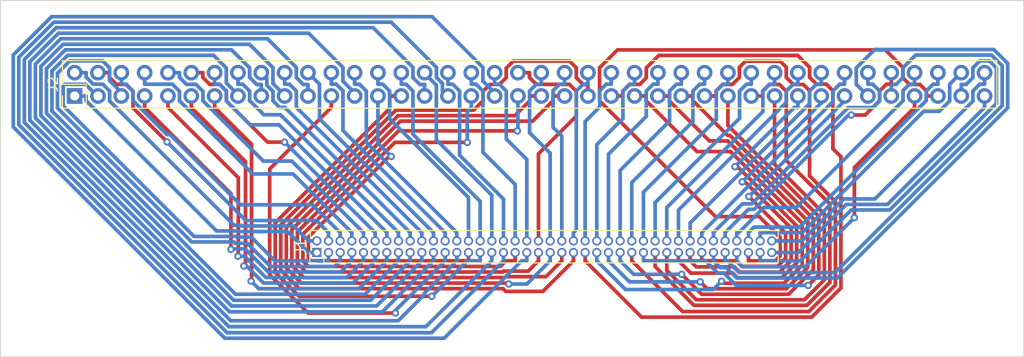
<source format=kicad_pcb>
(kicad_pcb (version 20221018) (generator pcbnew)
  (layers (0 "F.Cu" signal) (31 "B.Cu" signal) (34 "B.Paste" user) (35 "F.Paste" user) (36 "B.SilkS" user "B.Silkscreen") (37 "F.SilkS" user "F.Silkscreen") (38 "B.Mask" user) (39 "F.Mask" user) (44 "Edge.Cuts" user))
  (net 0 "")
  (net 1 "Net-(J1-Pin_1)")
  (net 2 "Net-(J1-Pin_2)")
  (net 3 "Net-(J1-Pin_3)")
  (net 4 "Net-(J1-Pin_4)")
  (net 5 "Net-(J1-Pin_5)")
  (net 6 "Net-(J1-Pin_6)")
  (net 7 "Net-(J1-Pin_7)")
  (net 8 "Net-(J1-Pin_8)")
  (net 9 "Net-(J1-Pin_9)")
  (net 10 "Net-(J1-Pin_10)")
  (net 11 "Net-(J1-Pin_11)")
  (net 12 "Net-(J1-Pin_12)")
  (net 13 "Net-(J1-Pin_13)")
  (net 14 "Net-(J1-Pin_14)")
  (net 15 "Net-(J1-Pin_15)")
  (net 16 "Net-(J1-Pin_16)")
  (net 17 "Net-(J1-Pin_17)")
  (net 18 "Net-(J1-Pin_18)")
  (net 19 "Net-(J1-Pin_19)")
  (net 20 "Net-(J1-Pin_20)")
  (net 21 "Net-(J1-Pin_21)")
  (net 22 "Net-(J1-Pin_22)")
  (net 23 "Net-(J1-Pin_23)")
  (net 24 "Net-(J1-Pin_24)")
  (net 25 "Net-(J1-Pin_25)")
  (net 26 "Net-(J1-Pin_26)")
  (net 27 "Net-(J1-Pin_27)")
  (net 28 "Net-(J1-Pin_28)")
  (net 29 "Net-(J1-Pin_29)")
  (net 30 "Net-(J1-Pin_30)")
  (net 31 "Net-(J1-Pin_31)")
  (net 32 "Net-(J1-Pin_32)")
  (net 33 "Net-(J1-Pin_33)")
  (net 34 "Net-(J1-Pin_34)")
  (net 35 "Net-(J1-Pin_35)")
  (net 36 "Net-(J1-Pin_36)")
  (net 37 "Net-(J1-Pin_37)")
  (net 38 "Net-(J1-Pin_38)")
  (net 39 "Net-(J1-Pin_39)")
  (net 40 "Net-(J1-Pin_40)")
  (net 41 "Net-(J1-Pin_41)")
  (net 42 "Net-(J1-Pin_42)")
  (net 43 "Net-(J1-Pin_43)")
  (net 44 "Net-(J1-Pin_44)")
  (net 45 "Net-(J1-Pin_45)")
  (net 46 "Net-(J1-Pin_46)")
  (net 47 "Net-(J1-Pin_47)")
  (net 48 "Net-(J1-Pin_48)")
  (net 49 "Net-(J1-Pin_49)")
  (net 50 "Net-(J1-Pin_50)")
  (net 51 "Net-(J1-Pin_51)")
  (net 52 "Net-(J1-Pin_52)")
  (net 53 "Net-(J1-Pin_53)")
  (net 54 "Net-(J1-Pin_54)")
  (net 55 "Net-(J1-Pin_55)")
  (net 56 "Net-(J1-Pin_56)")
  (net 57 "Net-(J1-Pin_57)")
  (net 58 "Net-(J1-Pin_58)")
  (net 59 "Net-(J1-Pin_59)")
  (net 60 "Net-(J1-Pin_60)")
  (net 61 "Net-(J1-Pin_61)")
  (net 62 "Net-(J1-Pin_62)")
  (net 63 "Net-(J1-Pin_63)")
  (net 64 "Net-(J1-Pin_64)")
  (net 65 "Net-(J1-Pin_65)")
  (net 66 "Net-(J1-Pin_66)")
  (net 67 "Net-(J1-Pin_67)")
  (net 68 "Net-(J1-Pin_68)")
  (net 69 "Net-(J1-Pin_69)")
  (net 70 "Net-(J1-Pin_70)")
  (net 71 "Net-(J1-Pin_71)")
  (net 72 "Net-(J1-Pin_72)")
  (net 73 "Net-(J1-Pin_73)")
  (net 74 "Net-(J1-Pin_74)")
  (net 75 "Net-(J1-Pin_75)")
  (net 76 "Net-(J1-Pin_76)")
  (net 77 "Net-(J1-Pin_77)")
  (net 78 "Net-(J1-Pin_78)")
  (net 79 "Net-(J1-Pin_79)")
  (net 80 "Net-(J1-Pin_80)")
  (footprint "Connector_PinHeader_1.27mm:PinHeader_2x40_P1.27mm_Vertical" (layer "F.Cu") (at 120.4722 96.9518 90)
    (fp_text reference "J1")
    (fp_text value "Conn_02x40_Odd_Even")
  )
  (footprint "Connector_PinHeader_2.54mm:PinHeader_2x40_P2.54mm_Vertical" (layer "F.Cu") (at 94.107 79.883 90)
    (fp_text reference "J2")
    (fp_text value "Conn_02x40_Odd_Even")
  )
  (gr_rect (start 86.0298 69.469) (end 197.4342 108.3056) (stroke (width 0.1)) (fill none) (layer "Edge.Cuts"))
  (segment (start 117.2788 94.6603) (end 112.0175 94.6603) (width 0.4) (layer "B.Cu") (net 1))
  (segment (start 95.3589 80.4002) (end 95.3589 79.883) (width 0.4) (layer "B.Cu") (net 1))
  (segment (start 109.5521 94.5934) (end 95.3589 80.4002) (width 0.4) (layer "B.Cu") (net 1))
  (segment (start 120.4722 96.9518) (end 119.5703 96.9518) (width 0.4) (layer "B.Cu") (net 1))
  (segment (start 119.5703 96.9518) (end 117.2788 94.6603) (width 0.4) (layer "B.Cu") (net 1))
  (segment (start 111.9506 94.5934) (end 109.5521 94.5934) (width 0.4) (layer "B.Cu") (net 1))
  (segment (start 112.0175 94.6603) (end 111.9506 94.5934) (width 0.4) (layer "B.Cu") (net 1))
  (segment (start 94.107 79.883) (end 95.3589 79.883) (width 0.4) (layer "B.Cu") (net 1))
  (segment (start 96.1284 78.5949) (end 95.3589 77.8254) (width 0.4) (layer "B.Cu") (net 2))
  (segment (start 120.4722 95.6818) (end 119.5703 95.6818) (width 0.4) (layer "B.Cu") (net 2))
  (segment (start 97.1659 78.5949) (end 96.1284 78.5949) (width 0.4) (layer "B.Cu") (net 2))
  (segment (start 117.9469 94.0584) (end 112.2667 94.0584) (width 0.4) (layer "B.Cu") (net 2))
  (segment (start 97.9168 80.4246) (end 97.9168 79.3458) (width 0.4) (layer "B.Cu") (net 2))
  (segment (start 111.4837 93.9915) (end 97.9168 80.4246) (width 0.4) (layer "B.Cu") (net 2))
  (segment (start 95.3589 77.8254) (end 95.3589 77.343) (width 0.4) (layer "B.Cu") (net 2))
  (segment (start 112.1998 93.9915) (end 111.4837 93.9915) (width 0.4) (layer "B.Cu") (net 2))
  (segment (start 94.107 77.343) (end 95.3589 77.343) (width 0.4) (layer "B.Cu") (net 2))
  (segment (start 119.5703 95.6818) (end 117.9469 94.0584) (width 0.4) (layer "B.Cu") (net 2))
  (segment (start 97.9168 79.3458) (end 97.1659 78.5949) (width 0.4) (layer "B.Cu") (net 2))
  (segment (start 112.2667 94.0584) (end 112.1998 93.9915) (width 0.4) (layer "B.Cu") (net 2))
  (segment (start 92.8551 80.949) (end 92.8551 78.7972) (width 0.4) (layer "B.Cu") (net 3))
  (segment (start 121.7422 96.9518) (end 121.7422 97.8537) (width 0.4) (layer "B.Cu") (net 3))
  (segment (start 107.1014 95.1953) (end 92.8551 80.949) (width 0.4) (layer "B.Cu") (net 3))
  (segment (start 113.3193 95.2622) (end 111.7683 95.2622) (width 0.4) (layer "B.Cu") (net 3))
  (segment (start 95.2954 78.613) (end 96.5654 79.883) (width 0.4) (layer "B.Cu") (net 3))
  (segment (start 96.5654 79.883) (end 96.647 79.883) (width 0.4) (layer "B.Cu") (net 3))
  (segment (start 92.8551 78.7972) (end 93.0393 78.613) (width 0.4) (layer "B.Cu") (net 3))
  (segment (start 121.7422 97.8537) (end 115.9108 97.8537) (width 0.4) (layer "B.Cu") (net 3))
  (segment (start 115.9108 97.8537) (end 113.3193 95.2622) (width 0.4) (layer "B.Cu") (net 3))
  (segment (start 93.0393 78.613) (end 95.2954 78.613) (width 0.4) (layer "B.Cu") (net 3))
  (segment (start 111.7014 95.1953) (end 107.1014 95.1953) (width 0.4) (layer "B.Cu") (net 3))
  (segment (start 111.7683 95.2622) (end 111.7014 95.1953) (width 0.4) (layer "B.Cu") (net 3))
  (segment (start 104.1647 84.8883) (end 100.457 81.1806) (width 0.4) (layer "F.Cu") (net 4))
  (segment (start 98.6501 78.613) (end 97.8989 77.8618) (width 0.4) (layer "F.Cu") (net 4))
  (segment (start 100.457 79.3774) (end 99.6926 78.613) (width 0.4) (layer "F.Cu") (net 4))
  (segment (start 96.647 77.343) (end 97.8989 77.343) (width 0.4) (layer "F.Cu") (net 4))
  (segment (start 100.457 81.1806) (end 100.457 79.3774) (width 0.4) (layer "F.Cu") (net 4))
  (segment (start 97.8989 77.8618) (end 97.8989 77.343) (width 0.4) (layer "F.Cu") (net 4))
  (segment (start 99.6926 78.613) (end 98.6501 78.613) (width 0.4) (layer "F.Cu") (net 4))
  (via (at 104.1647 84.8883) (size 0.8) (drill 0.4) (layers "F.Cu" "B.Cu") (net 4))
  (segment (start 120.4188 93.4565) (end 112.7329 93.4565) (width 0.4) (layer "B.Cu") (net 4))
  (segment (start 121.7422 95.6818) (end 121.7422 94.7799) (width 0.4) (layer "B.Cu") (net 4))
  (segment (start 112.7329 93.4565) (end 104.1647 84.8883) (width 0.4) (layer "B.Cu") (net 4))
  (segment (start 121.7422 94.7799) (end 120.4188 93.4565) (width 0.4) (layer "B.Cu") (net 4))
  (segment (start 97.917 78.2124) (end 99.187 79.4824) (width 0.4) (layer "B.Cu") (net 5))
  (segment (start 106.8465 95.7972) (end 92.2388 81.1895) (width 0.4) (layer "B.Cu") (net 5))
  (segment (start 122.3968 98.4691) (end 115.4281 98.4691) (width 0.4) (layer "B.Cu") (net 5))
  (segment (start 111.6024 95.9474) (end 111.4522 95.7972) (width 0.4) (layer "B.Cu") (net 5))
  (segment (start 99.187 79.4824) (end 99.187 79.883) (width 0.4) (layer "B.Cu") (net 5))
  (segment (start 123.0122 96.9518) (end 123.0122 97.8537) (width 0.4) (layer "B.Cu") (net 5))
  (segment (start 123.0122 97.8537) (end 122.3968 98.4691) (width 0.4) (layer "B.Cu") (net 5))
  (segment (start 115.4281 98.4691) (end 112.9064 95.9474) (width 0.4) (layer "B.Cu") (net 5))
  (segment (start 92.2388 77.4038) (end 93.5913 76.0513) (width 0.4) (layer "B.Cu") (net 5))
  (segment (start 97.1488 76.0513) (end 97.917 76.8195) (width 0.4) (layer "B.Cu") (net 5))
  (segment (start 111.4522 95.7972) (end 106.8465 95.7972) (width 0.4) (layer "B.Cu") (net 5))
  (segment (start 112.9064 95.9474) (end 111.6024 95.9474) (width 0.4) (layer "B.Cu") (net 5))
  (segment (start 93.5913 76.0513) (end 97.1488 76.0513) (width 0.4) (layer "B.Cu") (net 5))
  (segment (start 97.917 76.8195) (end 97.917 78.2124) (width 0.4) (layer "B.Cu") (net 5))
  (segment (start 92.2388 81.1895) (end 92.2388 77.4038) (width 0.4) (layer "B.Cu") (net 5))
  (segment (start 99.187 77.343) (end 99.187 78.5949) (width 0.4) (layer "B.Cu") (net 6))
  (segment (start 99.7058 78.5949) (end 99.187 78.5949) (width 0.4) (layer "B.Cu") (net 6))
  (segment (start 104.4968 84.0864) (end 104.146 84.0864) (width 0.4) (layer "B.Cu") (net 6))
  (segment (start 123.0122 95.6818) (end 123.0122 94.7799) (width 0.4) (layer "B.Cu") (net 6))
  (segment (start 100.457 79.3461) (end 99.7058 78.5949) (width 0.4) (layer "B.Cu") (net 6))
  (segment (start 112.1548 91.7445) (end 112.1548 91.7444) (width 0.4) (layer "B.Cu") (net 6))
  (segment (start 100.457 80.3974) (end 100.457 79.3461) (width 0.4) (layer "B.Cu") (net 6))
  (segment (start 104.146 84.0864) (end 100.457 80.3974) (width 0.4) (layer "B.Cu") (net 6))
  (segment (start 119.9768 91.7445) (end 112.1548 91.7445) (width 0.4) (layer "B.Cu") (net 6))
  (segment (start 112.1548 91.7444) (end 104.4968 84.0864) (width 0.4) (layer "B.Cu") (net 6))
  (segment (start 123.0122 94.7799) (end 119.9768 91.7445) (width 0.4) (layer "B.Cu") (net 6))
  (segment (start 111.1201 90.528) (end 101.727 81.1349) (width 0.4) (layer "F.Cu") (net 7))
  (segment (start 101.727 79.883) (end 101.727 81.1349) (width 0.4) (layer "F.Cu") (net 7))
  (segment (start 111.1201 96.5991) (end 111.1201 90.528) (width 0.4) (layer "F.Cu") (net 7))
  (via (at 111.1201 96.5991) (size 0.8) (drill 0.4) (layers "F.Cu" "B.Cu") (net 7))
  (segment (start 124.2822 97.8537) (end 123.0649 99.071) (width 0.4) (layer "B.Cu") (net 7))
  (segment (start 123.0649 99.071) (end 115.1788 99.071) (width 0.4) (layer "B.Cu") (net 7))
  (segment (start 111.1698 96.5494) (end 111.1201 96.5991) (width 0.4) (layer "B.Cu") (net 7))
  (segment (start 112.6572 96.5494) (end 111.1698 96.5494) (width 0.4) (layer "B.Cu") (net 7))
  (segment (start 115.1788 99.071) (end 112.6572 96.5494) (width 0.4) (layer "B.Cu") (net 7))
  (segment (start 124.2822 96.9518) (end 124.2822 97.8537) (width 0.4) (layer "B.Cu") (net 7))
  (segment (start 104.7494 78.5949) (end 105.5189 79.3644) (width 0.4) (layer "B.Cu") (net 8))
  (segment (start 101.727 77.343) (end 101.727 78.5949) (width 0.4) (layer "B.Cu") (net 8))
  (segment (start 124.2822 95.6818) (end 124.2822 94.7799) (width 0.4) (layer "B.Cu") (net 8))
  (segment (start 113.4987 88.3814) (end 117.8837 88.3814) (width 0.4) (layer "B.Cu") (net 8))
  (segment (start 117.8837 88.3814) (end 124.2822 94.7799) (width 0.4) (layer "B.Cu") (net 8))
  (segment (start 101.727 78.5949) (end 104.7494 78.5949) (width 0.4) (layer "B.Cu") (net 8))
  (segment (start 105.5189 80.4016) (end 113.4987 88.3814) (width 0.4) (layer "B.Cu") (net 8))
  (segment (start 105.5189 79.3644) (end 105.5189 80.4016) (width 0.4) (layer "B.Cu") (net 8))
  (segment (start 111.883 97.3513) (end 111.922 97.3123) (width 0.4) (layer "F.Cu") (net 9))
  (segment (start 104.267 79.883) (end 104.267 81.1349) (width 0.4) (layer "F.Cu") (net 9))
  (segment (start 111.922 88.7899) (end 104.267 81.1349) (width 0.4) (layer "F.Cu") (net 9))
  (segment (start 111.922 97.3123) (end 111.922 88.7899) (width 0.4) (layer "F.Cu") (net 9))
  (via (at 111.883 97.3513) (size 0.8) (drill 0.4) (layers "F.Cu" "B.Cu") (net 9))
  (segment (start 123.733 99.6729) (end 114.9296 99.6729) (width 0.4) (layer "B.Cu") (net 9))
  (segment (start 125.5522 97.8537) (end 123.733 99.6729) (width 0.4) (layer "B.Cu") (net 9))
  (segment (start 112.608 97.3513) (end 111.883 97.3513) (width 0.4) (layer "B.Cu") (net 9))
  (segment (start 114.9296 99.6729) (end 112.608 97.3513) (width 0.4) (layer "B.Cu") (net 9))
  (segment (start 125.5522 96.9518) (end 125.5522 97.8537) (width 0.4) (layer "B.Cu") (net 9))
  (segment (start 117.7532 86.9809) (end 125.5522 94.7799) (width 0.4) (layer "B.Cu") (net 10))
  (segment (start 107.3126 78.613) (end 108.077 79.3774) (width 0.4) (layer "B.Cu") (net 10))
  (segment (start 125.5522 95.6818) (end 125.5522 94.7799) (width 0.4) (layer "B.Cu") (net 10))
  (segment (start 106.2701 78.613) (end 107.3126 78.613) (width 0.4) (layer "B.Cu") (net 10))
  (segment (start 104.267 77.343) (end 105.5189 77.343) (width 0.4) (layer "B.Cu") (net 10))
  (segment (start 105.5189 77.343) (end 105.5189 77.8618) (width 0.4) (layer "B.Cu") (net 10))
  (segment (start 108.077 80.4098) (end 114.6481 86.9809) (width 0.4) (layer "B.Cu") (net 10))
  (segment (start 105.5189 77.8618) (end 106.2701 78.613) (width 0.4) (layer "B.Cu") (net 10))
  (segment (start 108.077 79.3774) (end 108.077 80.4098) (width 0.4) (layer "B.Cu") (net 10))
  (segment (start 114.6481 86.9809) (end 117.7532 86.9809) (width 0.4) (layer "B.Cu") (net 10))
  (segment (start 106.807 79.883) (end 106.807 81.1349) (width 0.4) (layer "F.Cu") (net 11))
  (segment (start 112.7067 98.2384) (end 112.5267 98.4184) (width 0.4) (layer "F.Cu") (net 11))
  (segment (start 106.807 81.1349) (end 112.7067 87.0346) (width 0.4) (layer "F.Cu") (net 11))
  (segment (start 112.7067 87.0346) (end 112.7067 98.2384) (width 0.4) (layer "F.Cu") (net 11))
  (via (at 112.5267 98.4184) (size 0.8) (drill 0.4) (layers "F.Cu" "B.Cu") (net 11))
  (segment (start 114.6818 100.2762) (end 124.3997 100.2762) (width 0.4) (layer "B.Cu") (net 11))
  (segment (start 112.824 98.4184) (end 114.6818 100.2762) (width 0.4) (layer "B.Cu") (net 11))
  (segment (start 126.8222 96.9518) (end 126.8222 97.8537) (width 0.4) (layer "B.Cu") (net 11))
  (segment (start 112.5267 98.4184) (end 112.824 98.4184) (width 0.4) (layer "B.Cu") (net 11))
  (segment (start 124.3997 100.2762) (end 126.8222 97.8537) (width 0.4) (layer "B.Cu") (net 11))
  (segment (start 115.1118 84.914) (end 116.9563 84.914) (width 0.4) (layer "F.Cu") (net 12))
  (segment (start 109.9131 78.613) (end 110.617 79.3169) (width 0.4) (layer "F.Cu") (net 12))
  (segment (start 108.0589 77.343) (end 108.0589 77.8618) (width 0.4) (layer "F.Cu") (net 12))
  (segment (start 108.0589 77.8618) (end 108.8101 78.613) (width 0.4) (layer "F.Cu") (net 12))
  (segment (start 110.617 80.4192) (end 115.1118 84.914) (width 0.4) (layer "F.Cu") (net 12))
  (segment (start 110.617 79.3169) (end 110.617 80.4192) (width 0.4) (layer "F.Cu") (net 12))
  (segment (start 106.807 77.343) (end 108.0589 77.343) (width 0.4) (layer "F.Cu") (net 12))
  (segment (start 108.8101 78.613) (end 109.9131 78.613) (width 0.4) (layer "F.Cu") (net 12))
  (via (at 116.9563 84.914) (size 0.8) (drill 0.4) (layers "F.Cu" "B.Cu") (net 12))
  (segment (start 126.8222 95.6818) (end 126.8222 94.7799) (width 0.4) (layer "B.Cu") (net 12))
  (segment (start 126.8222 94.7799) (end 116.9563 84.914) (width 0.4) (layer "B.Cu") (net 12))
  (segment (start 109.347 81.1349) (end 113.3686 85.1565) (width 0.4) (layer "F.Cu") (net 13))
  (segment (start 113.3686 85.1565) (end 113.3686 100.0088) (width 0.4) (layer "F.Cu") (net 13))
  (segment (start 113.3686 100.0088) (end 113.3147 100.0627) (width 0.4) (layer "F.Cu") (net 13))
  (segment (start 109.347 79.883) (end 109.347 81.1349) (width 0.4) (layer "F.Cu") (net 13))
  (via (at 113.3147 100.0627) (size 0.8) (drill 0.4) (layers "F.Cu" "B.Cu") (net 13))
  (segment (start 114.1443 100.8923) (end 125.0536 100.8923) (width 0.4) (layer "B.Cu") (net 13))
  (segment (start 128.0922 96.9518) (end 128.0922 97.8537) (width 0.4) (layer "B.Cu") (net 13))
  (segment (start 125.0536 100.8923) (end 128.0922 97.8537) (width 0.4) (layer "B.Cu") (net 13))
  (segment (start 113.3147 100.0627) (end 114.1443 100.8923) (width 0.4) (layer "B.Cu") (net 13))
  (segment (start 113.2203 83.0264) (end 116.3387 83.0264) (width 0.4) (layer "B.Cu") (net 14))
  (segment (start 110.617 80.4231) (end 113.2203 83.0264) (width 0.4) (layer "B.Cu") (net 14))
  (segment (start 128.0922 95.6818) (end 128.0922 94.7799) (width 0.4) (layer "B.Cu") (net 14))
  (segment (start 109.347 78.5949) (end 109.8658 78.5949) (width 0.4) (layer "B.Cu") (net 14))
  (segment (start 109.347 77.343) (end 109.347 78.5949) (width 0.4) (layer "B.Cu") (net 14))
  (segment (start 109.8658 78.5949) (end 110.617 79.3461) (width 0.4) (layer "B.Cu") (net 14))
  (segment (start 116.3387 83.0264) (end 128.0922 94.7799) (width 0.4) (layer "B.Cu") (net 14))
  (segment (start 110.617 79.3461) (end 110.617 80.4231) (width 0.4) (layer "B.Cu") (net 14))
  (segment (start 111.6123 101.4943) (end 125.7216 101.4943) (width 0.4) (layer "B.Cu") (net 15))
  (segment (start 109.2261 75.4494) (end 93.3421 75.4494) (width 0.4) (layer "B.Cu") (net 15))
  (segment (start 129.3622 96.9518) (end 129.3622 97.8537) (width 0.4) (layer "B.Cu") (net 15))
  (segment (start 111.887 79.7395) (end 110.617 78.4695) (width 0.4) (layer "B.Cu") (net 15))
  (segment (start 125.7216 101.4943) (end 129.3622 97.8537) (width 0.4) (layer "B.Cu") (net 15))
  (segment (start 110.617 76.8403) (end 109.2261 75.4494) (width 0.4) (layer "B.Cu") (net 15))
  (segment (start 111.887 79.883) (end 111.887 79.7395) (width 0.4) (layer "B.Cu") (net 15))
  (segment (start 93.3421 75.4494) (end 91.6369 77.1546) (width 0.4) (layer "B.Cu") (net 15))
  (segment (start 110.617 78.4695) (end 110.617 76.8403) (width 0.4) (layer "B.Cu") (net 15))
  (segment (start 91.6369 81.5189) (end 111.6123 101.4943) (width 0.4) (layer "B.Cu") (net 15))
  (segment (start 91.6369 77.1546) (end 91.6369 81.5189) (width 0.4) (layer "B.Cu") (net 15))
  (segment (start 114.6973 81.9295) (end 113.157 80.3892) (width 0.4) (layer "B.Cu") (net 16))
  (segment (start 129.3622 94.7799) (end 116.5118 81.9295) (width 0.4) (layer "B.Cu") (net 16))
  (segment (start 111.887 77.343) (end 111.887 78.5949) (width 0.4) (layer "B.Cu") (net 16))
  (segment (start 116.5118 81.9295) (end 114.6973 81.9295) (width 0.4) (layer "B.Cu") (net 16))
  (segment (start 112.4058 78.5949) (end 111.887 78.5949) (width 0.4) (layer "B.Cu") (net 16))
  (segment (start 113.157 80.3892) (end 113.157 79.3461) (width 0.4) (layer "B.Cu") (net 16))
  (segment (start 129.3622 95.6818) (end 129.3622 94.7799) (width 0.4) (layer "B.Cu") (net 16))
  (segment (start 113.157 79.3461) (end 112.4058 78.5949) (width 0.4) (layer "B.Cu") (net 16))
  (segment (start 113.157 76.8202) (end 111.1843 74.8475) (width 0.4) (layer "B.Cu") (net 17))
  (segment (start 113.9281 78.6311) (end 113.157 77.86) (width 0.4) (layer "B.Cu") (net 17))
  (segment (start 114.427 78.6311) (end 113.9281 78.6311) (width 0.4) (layer "B.Cu") (net 17))
  (segment (start 130.6322 96.9518) (end 130.6322 97.8537) (width 0.4) (layer "B.Cu") (net 17))
  (segment (start 91.035 81.7681) (end 111.4212 102.1543) (width 0.4) (layer "B.Cu") (net 17))
  (segment (start 111.1843 74.8475) (end 93.0929 74.8475) (width 0.4) (layer "B.Cu") (net 17))
  (segment (start 93.0929 74.8475) (end 91.035 76.9054) (width 0.4) (layer "B.Cu") (net 17))
  (segment (start 126.3316 102.1543) (end 130.6322 97.8537) (width 0.4) (layer "B.Cu") (net 17))
  (segment (start 111.4212 102.1543) (end 126.3316 102.1543) (width 0.4) (layer "B.Cu") (net 17))
  (segment (start 91.035 76.9054) (end 91.035 81.7681) (width 0.4) (layer "B.Cu") (net 17))
  (segment (start 113.157 77.86) (end 113.157 76.8202) (width 0.4) (layer "B.Cu") (net 17))
  (segment (start 114.427 79.883) (end 114.427 78.6311) (width 0.4) (layer "B.Cu") (net 17))
  (segment (start 115.6985 80.4107) (end 115.6985 79.384) (width 0.4) (layer "B.Cu") (net 18))
  (segment (start 130.6322 94.7799) (end 116.9872 81.1349) (width 0.4) (layer "B.Cu") (net 18))
  (segment (start 115.0289 78.7144) (end 115.0289 77.9449) (width 0.4) (layer "B.Cu") (net 18))
  (segment (start 130.6322 95.6818) (end 130.6322 94.7799) (width 0.4) (layer "B.Cu") (net 18))
  (segment (start 116.9872 81.1349) (end 116.4227 81.1349) (width 0.4) (layer "B.Cu") (net 18))
  (segment (start 115.6985 79.384) (end 115.0289 78.7144) (width 0.4) (layer "B.Cu") (net 18))
  (segment (start 115.0289 77.9449) (end 114.427 77.343) (width 0.4) (layer "B.Cu") (net 18))
  (segment (start 116.4227 81.1349) (end 115.6985 80.4107) (width 0.4) (layer "B.Cu") (net 18))
  (segment (start 116.967 79.8014) (end 115.697 78.5314) (width 0.4) (layer "B.Cu") (net 19))
  (segment (start 126.9807 102.7752) (end 131.9022 97.8537) (width 0.4) (layer "B.Cu") (net 19))
  (segment (start 92.8437 74.2456) (end 90.4331 76.6562) (width 0.4) (layer "B.Cu") (net 19))
  (segment (start 131.9022 96.9518) (end 131.9022 97.8537) (width 0.4) (layer "B.Cu") (net 19))
  (segment (start 115.697 76.803) (end 113.1396 74.2456) (width 0.4) (layer "B.Cu") (net 19))
  (segment (start 90.4331 82.0173) (end 111.191 102.7752) (width 0.4) (layer "B.Cu") (net 19))
  (segment (start 113.1396 74.2456) (end 92.8437 74.2456) (width 0.4) (layer "B.Cu") (net 19))
  (segment (start 116.967 79.883) (end 116.967 79.8014) (width 0.4) (layer "B.Cu") (net 19))
  (segment (start 111.191 102.7752) (end 126.9807 102.7752) (width 0.4) (layer "B.Cu") (net 19))
  (segment (start 90.4331 76.6562) (end 90.4331 82.0173) (width 0.4) (layer "B.Cu") (net 19))
  (segment (start 115.697 78.5314) (end 115.697 76.803) (width 0.4) (layer "B.Cu") (net 19))
  (segment (start 118.237 81.1147) (end 131.9022 94.7799) (width 0.4) (layer "B.Cu") (net 20))
  (segment (start 118.237 79.3461) (end 118.237 81.1147) (width 0.4) (layer "B.Cu") (net 20))
  (segment (start 117.4858 78.5949) (end 118.237 79.3461) (width 0.4) (layer "B.Cu") (net 20))
  (segment (start 116.967 77.343) (end 116.967 78.5949) (width 0.4) (layer "B.Cu") (net 20))
  (segment (start 131.9022 95.6818) (end 131.9022 94.7799) (width 0.4) (layer "B.Cu") (net 20))
  (segment (start 116.967 78.5949) (end 117.4858 78.5949) (width 0.4) (layer "B.Cu") (net 20))
  (segment (start 115.1066 73.6437) (end 92.5945 73.6437) (width 0.4) (layer "B.Cu") (net 21))
  (segment (start 110.9796 103.4149) (end 127.611 103.4149) (width 0.4) (layer "B.Cu") (net 21))
  (segment (start 118.237 76.7741) (end 115.1066 73.6437) (width 0.4) (layer "B.Cu") (net 21))
  (segment (start 127.611 103.4149) (end 133.1722 97.8537) (width 0.4) (layer "B.Cu") (net 21))
  (segment (start 119.0081 78.6311) (end 118.237 77.86) (width 0.4) (layer "B.Cu") (net 21))
  (segment (start 92.5945 73.6437) (end 89.8312 76.407) (width 0.4) (layer "B.Cu") (net 21))
  (segment (start 119.507 79.883) (end 119.507 78.6311) (width 0.4) (layer "B.Cu") (net 21))
  (segment (start 89.8312 76.407) (end 89.8312 82.2665) (width 0.4) (layer "B.Cu") (net 21))
  (segment (start 118.237 77.86) (end 118.237 76.7741) (width 0.4) (layer "B.Cu") (net 21))
  (segment (start 133.1722 96.9518) (end 133.1722 97.8537) (width 0.4) (layer "B.Cu") (net 21))
  (segment (start 89.8312 82.2665) (end 110.9796 103.4149) (width 0.4) (layer "B.Cu") (net 21))
  (segment (start 119.507 78.6311) (end 119.0081 78.6311) (width 0.4) (layer "B.Cu") (net 21))
  (segment (start 119.507 77.343) (end 120.7589 78.5949) (width 0.4) (layer "B.Cu") (net 22))
  (segment (start 120.7589 82.3666) (end 133.1722 94.7799) (width 0.4) (layer "B.Cu") (net 22))
  (segment (start 120.7589 78.5949) (end 120.7589 82.3666) (width 0.4) (layer "B.Cu") (net 22))
  (segment (start 133.1722 95.6818) (end 133.1722 94.7799) (width 0.4) (layer "B.Cu") (net 22))
  (segment (start 115.3415 99.3722) (end 119.5176 103.5483) (width 0.4) (layer "F.Cu") (net 23))
  (segment (start 115.3415 87.8404) (end 115.3415 99.3722) (width 0.4) (layer "F.Cu") (net 23))
  (segment (start 119.5176 103.5483) (end 129.0293 103.5483) (width 0.4) (layer "F.Cu") (net 23))
  (segment (start 122.047 81.1349) (end 115.3415 87.8404) (width 0.4) (layer "F.Cu") (net 23))
  (segment (start 122.047 79.883) (end 122.047 81.1349) (width 0.4) (layer "F.Cu") (net 23))
  (via (at 129.0293 103.5483) (size 0.8) (drill 0.4) (layers "F.Cu" "B.Cu") (net 23))
  (segment (start 134.4422 96.9518) (end 134.4422 97.8537) (width 0.4) (layer "B.Cu") (net 23))
  (segment (start 134.4422 97.8537) (end 129.0293 103.2666) (width 0.4) (layer "B.Cu") (net 23))
  (segment (start 129.0293 103.2666) (end 129.0293 103.5483) (width 0.4) (layer "B.Cu") (net 23))
  (segment (start 122.047 77.343) (end 122.047 78.5949) (width 0.4) (layer "B.Cu") (net 24))
  (segment (start 123.317 83.6547) (end 123.317 79.3248) (width 0.4) (layer "B.Cu") (net 24))
  (segment (start 134.4422 95.6818) (end 134.4422 94.7799) (width 0.4) (layer "B.Cu") (net 24))
  (segment (start 123.317 79.3248) (end 122.5871 78.5949) (width 0.4) (layer "B.Cu") (net 24))
  (segment (start 122.5871 78.5949) (end 122.047 78.5949) (width 0.4) (layer "B.Cu") (net 24))
  (segment (start 134.4422 94.7799) (end 123.317 83.6547) (width 0.4) (layer "B.Cu") (net 24))
  (segment (start 132.1864 101.5252) (end 132.1864 101.3795) (width 0.4) (layer "B.Cu") (net 25))
  (segment (start 119.5847 73.0418) (end 92.3453 73.0418) (width 0.4) (layer "B.Cu") (net 25))
  (segment (start 132.1864 101.3795) (end 135.7122 97.8537) (width 0.4) (layer "B.Cu") (net 25))
  (segment (start 129.3249 104.3867) (end 132.1864 101.5252) (width 0.4) (layer "B.Cu") (net 25))
  (segment (start 123.317 78.2697) (end 123.317 76.7741) (width 0.4) (layer "B.Cu") (net 25))
  (segment (start 123.317 76.7741) (end 119.5847 73.0418) (width 0.4) (layer "B.Cu") (net 25))
  (segment (start 124.587 79.883) (end 124.587 79.5397) (width 0.4) (layer "B.Cu") (net 25))
  (segment (start 89.2293 82.5157) (end 111.1003 104.3867) (width 0.4) (layer "B.Cu") (net 25))
  (segment (start 124.587 79.5397) (end 123.317 78.2697) (width 0.4) (layer "B.Cu") (net 25))
  (segment (start 89.2293 76.1578) (end 89.2293 82.5157) (width 0.4) (layer "B.Cu") (net 25))
  (segment (start 111.1003 104.3867) (end 129.3249 104.3867) (width 0.4) (layer "B.Cu") (net 25))
  (segment (start 92.3453 73.0418) (end 89.2293 76.1578) (width 0.4) (layer "B.Cu") (net 25))
  (segment (start 135.7122 96.9518) (end 135.7122 97.8537) (width 0.4) (layer "B.Cu") (net 25))
  (segment (start 125.8585 84.9262) (end 125.8585 79.3476) (width 0.4) (layer "B.Cu") (net 26))
  (segment (start 125.1058 78.5949) (end 124.587 78.5949) (width 0.4) (layer "B.Cu") (net 26))
  (segment (start 135.7122 94.7799) (end 125.8585 84.9262) (width 0.4) (layer "B.Cu") (net 26))
  (segment (start 124.587 77.343) (end 124.587 78.5949) (width 0.4) (layer "B.Cu") (net 26))
  (segment (start 125.8585 79.3476) (end 125.1058 78.5949) (width 0.4) (layer "B.Cu") (net 26))
  (segment (start 135.7122 95.6818) (end 135.7122 94.7799) (width 0.4) (layer "B.Cu") (net 26))
  (segment (start 136.9822 97.8537) (end 119.8057 97.8537) (width 0.4) (layer "F.Cu") (net 27))
  (segment (start 119.8057 97.8537) (end 119.5627 97.6107) (width 0.4) (layer "F.Cu") (net 27))
  (segment (start 119.5627 97.6107) (end 119.5627 95.2575) (width 0.4) (layer "F.Cu") (net 27))
  (segment (start 119.5627 95.2575) (end 128.3462 86.474) (width 0.4) (layer "F.Cu") (net 27))
  (segment (start 128.3462 86.474) (end 128.5678 86.474) (width 0.4) (layer "F.Cu") (net 27))
  (segment (start 136.9822 96.9518) (end 136.9822 97.8537) (width 0.4) (layer "F.Cu") (net 27))
  (via (at 128.5678 86.474) (size 0.8) (drill 0.4) (layers "F.Cu" "B.Cu") (net 27))
  (segment (start 127.127 79.883) (end 127.127 85.0332) (width 0.4) (layer "B.Cu") (net 27))
  (segment (start 127.127 85.0332) (end 128.5678 86.474) (width 0.4) (layer "B.Cu") (net 27))
  (segment (start 128.397 79.3461) (end 128.397 82.3645) (width 0.4) (layer "B.Cu") (net 28))
  (segment (start 136.9822 90.9497) (end 136.9822 95.6818) (width 0.4) (layer "B.Cu") (net 28))
  (segment (start 127.127 78.5949) (end 127.6458 78.5949) (width 0.4) (layer "B.Cu") (net 28))
  (segment (start 127.127 77.343) (end 127.127 78.5949) (width 0.4) (layer "B.Cu") (net 28))
  (segment (start 128.397 82.3645) (end 136.9822 90.9497) (width 0.4) (layer "B.Cu") (net 28))
  (segment (start 127.6458 78.5949) (end 128.397 79.3461) (width 0.4) (layer "B.Cu") (net 28))
  (segment (start 129.667 79.883) (end 128.4151 79.883) (width 0.4) (layer "F.Cu") (net 29))
  (segment (start 128.4151 79.883) (end 128.4151 81.235) (width 0.4) (layer "F.Cu") (net 29))
  (segment (start 128.4151 81.235) (end 115.9449 93.7052) (width 0.4) (layer "F.Cu") (net 29))
  (segment (start 115.9449 99.1245) (end 118.5399 101.7195) (width 0.4) (layer "F.Cu") (net 29))
  (segment (start 115.9449 93.7052) (end 115.9449 99.1245) (width 0.4) (layer "F.Cu") (net 29))
  (segment (start 118.5399 101.7195) (end 132.9883 101.7195) (width 0.4) (layer "F.Cu") (net 29))
  (via (at 132.9883 101.7195) (size 0.8) (drill 0.4) (layers "F.Cu" "B.Cu") (net 29))
  (segment (start 136.8541 97.8537) (end 132.9883 101.7195) (width 0.4) (layer "B.Cu") (net 29))
  (segment (start 138.2522 96.9518) (end 138.2522 97.8537) (width 0.4) (layer "B.Cu") (net 29))
  (segment (start 138.2522 97.8537) (end 136.8541 97.8537) (width 0.4) (layer "B.Cu") (net 29))
  (segment (start 129.667 77.343) (end 129.667 78.5949) (width 0.4) (layer "B.Cu") (net 30))
  (segment (start 138.2522 91.3686) (end 130.9371 84.0535) (width 0.4) (layer "B.Cu") (net 30))
  (segment (start 138.2522 95.6818) (end 138.2522 91.3686) (width 0.4) (layer "B.Cu") (net 30))
  (segment (start 130.9371 79.3462) (end 130.1858 78.5949) (width 0.4) (layer "B.Cu") (net 30))
  (segment (start 130.1858 78.5949) (end 129.667 78.5949) (width 0.4) (layer "B.Cu") (net 30))
  (segment (start 130.9371 84.0535) (end 130.9371 79.3462) (width 0.4) (layer "B.Cu") (net 30))
  (segment (start 130.937 77.8799) (end 130.937 76.7661) (width 0.4) (layer "B.Cu") (net 31))
  (segment (start 132.207 79.883) (end 132.207 78.6311) (width 0.4) (layer "B.Cu") (net 31))
  (segment (start 92.0961 72.4399) (end 88.6274 75.9086) (width 0.4) (layer "B.Cu") (net 31))
  (segment (start 132.207 78.6311) (end 131.6882 78.6311) (width 0.4) (layer "B.Cu") (net 31))
  (segment (start 88.6274 75.9086) (end 88.6274 82.7649) (width 0.4) (layer "B.Cu") (net 31))
  (segment (start 126.6108 72.4399) (end 92.0961 72.4399) (width 0.4) (layer "B.Cu") (net 31))
  (segment (start 131.6882 78.6311) (end 130.937 77.8799) (width 0.4) (layer "B.Cu") (net 31))
  (segment (start 139.5222 96.9518) (end 139.5222 97.8537) (width 0.4) (layer "B.Cu") (net 31))
  (segment (start 88.6274 82.7649) (end 110.896 105.0335) (width 0.4) (layer "B.Cu") (net 31))
  (segment (start 132.3424 105.0335) (end 139.5222 97.8537) (width 0.4) (layer "B.Cu") (net 31))
  (segment (start 110.896 105.0335) (end 132.3424 105.0335) (width 0.4) (layer "B.Cu") (net 31))
  (segment (start 130.937 76.7661) (end 126.6108 72.4399) (width 0.4) (layer "B.Cu") (net 31))
  (segment (start 139.5222 95.6818) (end 139.5222 94.7799) (width 0.4) (layer "B.Cu") (net 32))
  (segment (start 139.5222 90.6994) (end 133.4815 84.6587) (width 0.4) (layer "B.Cu") (net 32))
  (segment (start 139.5222 94.7799) (end 139.5222 90.6994) (width 0.4) (layer "B.Cu") (net 32))
  (segment (start 132.207 77.4246) (end 132.207 77.343) (width 0.4) (layer "B.Cu") (net 32))
  (segment (start 133.4815 84.6587) (end 133.4815 78.6991) (width 0.4) (layer "B.Cu") (net 32))
  (segment (start 133.4815 78.6991) (end 132.207 77.4246) (width 0.4) (layer "B.Cu") (net 32))
  (segment (start 88.0255 75.6594) (end 88.0255 83.0141) (width 0.4) (layer "B.Cu") (net 33))
  (segment (start 134.1451 78.5116) (end 133.4951 77.8616) (width 0.4) (layer "B.Cu") (net 33))
  (segment (start 140.7922 96.9518) (end 140.7922 97.8537) (width 0.4) (layer "B.Cu") (net 33))
  (segment (start 91.8469 71.838) (end 88.0255 75.6594) (width 0.4) (layer "B.Cu") (net 33))
  (segment (start 132.954 105.6919) (end 140.7922 97.8537) (width 0.4) (layer "B.Cu") (net 33))
  (segment (start 134.1451 79.2811) (end 134.1451 78.5116) (width 0.4) (layer "B.Cu") (net 33))
  (segment (start 133.4951 77.8616) (end 133.4951 76.7673) (width 0.4) (layer "B.Cu") (net 33))
  (segment (start 110.7033 105.6919) (end 132.954 105.6919) (width 0.4) (layer "B.Cu") (net 33))
  (segment (start 88.0255 83.0141) (end 110.7033 105.6919) (width 0.4) (layer "B.Cu") (net 33))
  (segment (start 133.4951 76.7673) (end 128.5658 71.838) (width 0.4) (layer "B.Cu") (net 33))
  (segment (start 134.747 79.883) (end 134.1451 79.2811) (width 0.4) (layer "B.Cu") (net 33))
  (segment (start 128.5658 71.838) (end 91.8469 71.838) (width 0.4) (layer "B.Cu") (net 33))
  (segment (start 136.0168 86.3428) (end 140.7922 91.1182) (width 0.4) (layer "B.Cu") (net 34))
  (segment (start 136.0168 79.3459) (end 136.0168 86.3428) (width 0.4) (layer "B.Cu") (net 34))
  (segment (start 140.7922 91.1182) (end 140.7922 95.6818) (width 0.4) (layer "B.Cu") (net 34))
  (segment (start 135.2658 78.5949) (end 136.0168 79.3459) (width 0.4) (layer "B.Cu") (net 34))
  (segment (start 134.747 77.343) (end 134.747 78.5949) (width 0.4) (layer "B.Cu") (net 34))
  (segment (start 134.747 78.5949) (end 135.2658 78.5949) (width 0.4) (layer "B.Cu") (net 34))
  (segment (start 118.9577 97.8753) (end 118.9577 94.9499) (width 0.4) (layer "F.Cu") (net 35))
  (segment (start 142.0622 97.8537) (end 141.063 97.8537) (width 0.4) (layer "F.Cu") (net 35))
  (segment (start 140.4471 98.4696) (end 119.552 98.4696) (width 0.4) (layer "F.Cu") (net 35))
  (segment (start 119.552 98.4696) (end 118.9577 97.8753) (width 0.4) (layer "F.Cu") (net 35))
  (segment (start 128.9667 84.9409) (end 136.8486 84.9409) (width 0.4) (layer "F.Cu") (net 35))
  (segment (start 142.0622 96.9518) (end 142.0622 97.8537) (width 0.4) (layer "F.Cu") (net 35))
  (segment (start 118.9577 94.9499) (end 128.9667 84.9409) (width 0.4) (layer "F.Cu") (net 35))
  (segment (start 141.063 97.8537) (end 140.4471 98.4696) (width 0.4) (layer "F.Cu") (net 35))
  (via (at 136.8486 84.9409) (size 0.8) (drill 0.4) (layers "F.Cu" "B.Cu") (net 35))
  (segment (start 136.8486 81.5733) (end 136.8486 84.9409) (width 0.4) (layer "B.Cu") (net 35))
  (segment (start 137.287 79.883) (end 137.287 81.1349) (width 0.4) (layer "B.Cu") (net 35))
  (segment (start 137.287 81.1349) (end 136.8486 81.5733) (width 0.4) (layer "B.Cu") (net 35))
  (segment (start 138.557 86.0205) (end 138.557 79.3461) (width 0.4) (layer "B.Cu") (net 36))
  (segment (start 142.0622 89.5257) (end 138.557 86.0205) (width 0.4) (layer "B.Cu") (net 36))
  (segment (start 137.8058 78.5949) (end 137.287 78.5949) (width 0.4) (layer "B.Cu") (net 36))
  (segment (start 142.0622 95.6818) (end 142.0622 89.5257) (width 0.4) (layer "B.Cu") (net 36))
  (segment (start 137.287 77.343) (end 137.287 78.5949) (width 0.4) (layer "B.Cu") (net 36))
  (segment (start 138.557 79.3461) (end 137.8058 78.5949) (width 0.4) (layer "B.Cu") (net 36))
  (segment (start 139.827 79.534) (end 138.557 78.264) (width 0.4) (layer "B.Cu") (net 37))
  (segment (start 139.827 79.883) (end 139.827 79.534) (width 0.4) (layer "B.Cu") (net 37))
  (segment (start 138.557 78.264) (end 138.557 76.7741) (width 0.4) (layer "B.Cu") (net 37))
  (segment (start 91.5977 71.2361) (end 87.4236 75.4102) (width 0.4) (layer "B.Cu") (net 37))
  (segment (start 142.7652 97.8537) (end 143.3322 97.8537) (width 0.4) (layer "B.Cu") (net 37))
  (segment (start 134.3251 106.2938) (end 142.7652 97.8537) (width 0.4) (layer "B.Cu") (net 37))
  (segment (start 143.3322 96.9518) (end 143.3322 97.8537) (width 0.4) (layer "B.Cu") (net 37))
  (segment (start 110.4541 106.2938) (end 134.3251 106.2938) (width 0.4) (layer "B.Cu") (net 37))
  (segment (start 133.019 71.2361) (end 91.5977 71.2361) (width 0.4) (layer "B.Cu") (net 37))
  (segment (start 138.557 76.7741) (end 133.019 71.2361) (width 0.4) (layer "B.Cu") (net 37))
  (segment (start 87.4236 83.2633) (end 110.4541 106.2938) (width 0.4) (layer "B.Cu") (net 37))
  (segment (start 87.4236 75.4102) (end 87.4236 83.2633) (width 0.4) (layer "B.Cu") (net 37))
  (segment (start 140.3458 78.5949) (end 139.827 78.5949) (width 0.4) (layer "B.Cu") (net 38))
  (segment (start 143.3322 86.8149) (end 141.097 84.5797) (width 0.4) (layer "B.Cu") (net 38))
  (segment (start 141.097 84.5797) (end 141.097 79.3461) (width 0.4) (layer "B.Cu") (net 38))
  (segment (start 143.3322 95.6818) (end 143.3322 86.8149) (width 0.4) (layer "B.Cu") (net 38))
  (segment (start 141.097 79.3461) (end 140.3458 78.5949) (width 0.4) (layer "B.Cu") (net 38))
  (segment (start 139.827 77.343) (end 139.827 78.5949) (width 0.4) (layer "B.Cu") (net 38))
  (segment (start 129.3725 83.684) (end 142.3014 83.684) (width 0.4) (layer "F.Cu") (net 39))
  (segment (start 140.7879 98.9799) (end 140.6926 99.0752) (width 0.4) (layer "F.Cu") (net 39))
  (segment (start 140.6926 99.0752) (end 119.304 99.0752) (width 0.4) (layer "F.Cu") (net 39))
  (segment (start 143.476 98.9799) (end 140.7879 98.9799) (width 0.4) (layer "F.Cu") (net 39))
  (segment (start 118.354 94.7025) (end 129.3725 83.684) (width 0.4) (layer "F.Cu") (net 39))
  (segment (start 119.304 99.0752) (end 118.354 98.1252) (width 0.4) (layer "F.Cu") (net 39))
  (segment (start 118.354 98.1252) (end 118.354 94.7025) (width 0.4) (layer "F.Cu") (net 39))
  (segment (start 144.6022 97.8537) (end 143.476 98.9799) (width 0.4) (layer "F.Cu") (net 39))
  (segment (start 144.6022 96.9518) (end 144.6022 97.8537) (width 0.4) (layer "F.Cu") (net 39))
  (via (at 142.3014 83.684) (size 0.8) (drill 0.4) (layers "F.Cu" "B.Cu") (net 39))
  (segment (start 142.367 79.883) (end 142.367 83.6184) (width 0.4) (layer "B.Cu") (net 39))
  (segment (start 142.367 83.6184) (end 142.3014 83.684) (width 0.4) (layer "B.Cu") (net 39))
  (segment (start 147.9652 78.613) (end 144.3701 78.613) (width 0.4) (layer "F.Cu") (net 40))
  (segment (start 143.6189 77.8618) (end 143.6189 77.343) (width 0.4) (layer "F.Cu") (net 40))
  (segment (start 148.717 82.072) (end 148.717 79.3648) (width 0.4) (layer "F.Cu") (net 40))
  (segment (start 144.3701 78.613) (end 143.6189 77.8618) (width 0.4) (layer "F.Cu") (net 40))
  (segment (start 144.6022 86.1868) (end 148.717 82.072) (width 0.4) (layer "F.Cu") (net 40))
  (segment (start 144.6022 95.6818) (end 144.6022 86.1868) (width 0.4) (layer "F.Cu") (net 40))
  (segment (start 148.717 79.3648) (end 147.9652 78.613) (width 0.4) (layer "F.Cu") (net 40))
  (segment (start 142.367 77.343) (end 143.6189 77.343) (width 0.4) (layer "F.Cu") (net 40))
  (segment (start 141.2678 100.2824) (end 118.807 100.2824) (width 0.4) (layer "F.Cu") (net 41))
  (segment (start 117.1487 98.6241) (end 117.1487 94.2036) (width 0.4) (layer "F.Cu") (net 41))
  (segment (start 142.0302 82.0267) (end 143.6551 80.4018) (width 0.4) (layer "F.Cu") (net 41))
  (segment (start 144.907 79.883) (end 143.6551 79.883) (width 0.4) (layer "F.Cu") (net 41))
  (segment (start 141.3691 100.3837) (end 141.2678 100.2824) (width 0.4) (layer "F.Cu") (net 41))
  (segment (start 117.1487 94.2036) (end 129.3256 82.0267) (width 0.4) (layer "F.Cu") (net 41))
  (segment (start 143.6551 80.4018) (end 143.6551 79.883) (width 0.4) (layer "F.Cu") (net 41))
  (segment (start 129.3256 82.0267) (end 142.0302 82.0267) (width 0.4) (layer "F.Cu") (net 41))
  (segment (start 118.807 100.2824) (end 117.1487 98.6241) (width 0.4) (layer "F.Cu") (net 41))
  (via (at 141.3691 100.3837) (size 0.8) (drill 0.4) (layers "F.Cu" "B.Cu") (net 41))
  (segment (start 143.3422 100.3837) (end 141.3691 100.3837) (width 0.4) (layer "B.Cu") (net 41))
  (segment (start 145.8722 96.9518) (end 145.8722 97.8537) (width 0.4) (layer "B.Cu") (net 41))
  (segment (start 145.8722 97.8537) (end 143.3422 100.3837) (width 0.4) (layer "B.Cu") (net 41))
  (segment (start 143.637 83.8852) (end 143.637 79.3461) (width 0.4) (layer "B.Cu") (net 42))
  (segment (start 144.907 77.343) (end 144.907 78.5949) (width 0.4) (layer "B.Cu") (net 42))
  (segment (start 144.3882 78.5949) (end 144.907 78.5949) (width 0.4) (layer "B.Cu") (net 42))
  (segment (start 145.8722 86.1204) (end 143.637 83.8852) (width 0.4) (layer "B.Cu") (net 42))
  (segment (start 143.637 79.3461) (end 144.3882 78.5949) (width 0.4) (layer "B.Cu") (net 42))
  (segment (start 145.8722 95.6818) (end 145.8722 86.1204) (width 0.4) (layer "B.Cu") (net 42))
  (segment (start 143.9683 82.6286) (end 146.1951 80.4018) (width 0.4) (layer "F.Cu") (net 43))
  (segment (start 129.5768 82.6286) (end 143.9683 82.6286) (width 0.4) (layer "F.Cu") (net 43))
  (segment (start 146.1951 80.4018) (end 146.1951 79.883) (width 0.4) (layer "F.Cu") (net 43))
  (segment (start 119.0548 99.6771) (end 117.7521 98.3744) (width 0.4) (layer "F.Cu") (net 43))
  (segment (start 117.7521 98.3744) (end 117.7521 94.4533) (width 0.4) (layer "F.Cu") (net 43))
  (segment (start 147.1422 96.9518) (end 147.1422 97.8537) (width 0.4) (layer "F.Cu") (net 43))
  (segment (start 117.7521 94.4533) (end 129.5768 82.6286) (width 0.4) (layer "F.Cu") (net 43))
  (segment (start 145.4141 99.5818) (end 141.0371 99.5818) (width 0.4) (layer "F.Cu") (net 43))
  (segment (start 140.9418 99.6771) (end 119.0548 99.6771) (width 0.4) (layer "F.Cu") (net 43))
  (segment (start 141.0371 99.5818) (end 140.9418 99.6771) (width 0.4) (layer "F.Cu") (net 43))
  (segment (start 147.447 79.883) (end 146.1951 79.883) (width 0.4) (layer "F.Cu") (net 43))
  (segment (start 147.1422 97.8537) (end 145.4141 99.5818) (width 0.4) (layer "F.Cu") (net 43))
  (segment (start 146.1951 79.299) (end 146.8992 78.5949) (width 0.4) (layer "B.Cu") (net 44))
  (segment (start 147.1422 95.6818) (end 147.1422 94.7799) (width 0.4) (layer "B.Cu") (net 44))
  (segment (start 146.8992 78.5949) (end 147.447 78.5949) (width 0.4) (layer "B.Cu") (net 44))
  (segment (start 146.1951 83.3061) (end 146.1951 79.299) (width 0.4) (layer "B.Cu") (net 44))
  (segment (start 147.1422 84.2532) (end 146.1951 83.3061) (width 0.4) (layer "B.Cu") (net 44))
  (segment (start 147.447 77.343) (end 147.447 78.5949) (width 0.4) (layer "B.Cu") (net 44))
  (segment (start 147.1422 94.7799) (end 147.1422 84.2532) (width 0.4) (layer "B.Cu") (net 44))
  (segment (start 129.0764 81.4248) (end 116.5468 93.9544) (width 0.4) (layer "F.Cu") (net 45))
  (segment (start 149.4682 78.6311) (end 148.717 77.8799) (width 0.4) (layer "F.Cu") (net 45))
  (segment (start 141.8696 76.0696) (end 141.0846 76.8546) (width 0.4) (layer "F.Cu") (net 45))
  (segment (start 149.987 78.6311) (end 149.4682 78.6311) (width 0.4) (layer "F.Cu") (net 45))
  (segment (start 148.4122 96.9518) (end 148.4122 97.8537) (width 0.4) (layer "F.Cu") (net 45))
  (segment (start 148.717 76.8095) (end 147.9771 76.0696) (width 0.4) (layer "F.Cu") (net 45))
  (segment (start 116.5468 93.9544) (end 116.5468 98.8734) (width 0.4) (layer "F.Cu") (net 45))
  (segment (start 145.0803 101.1856) (end 148.4122 97.8537) (width 0.4) (layer "F.Cu") (net 45))
  (segment (start 141.0846 76.8546) (end 141.0846 77.8923) (width 0.4) (layer "F.Cu") (net 45))
  (segment (start 138.5751 80.4019) (end 137.5522 81.4248) (width 0.4) (layer "F.Cu") (net 45))
  (segment (start 149.987 79.883) (end 149.987 78.6311) (width 0.4) (layer "F.Cu") (net 45))
  (segment (start 138.5751 79.3644) (end 138.5751 80.4019) (width 0.4) (layer "F.Cu") (net 45))
  (segment (start 147.9771 76.0696) (end 141.8696 76.0696) (width 0.4) (layer "F.Cu") (net 45))
  (segment (start 116.5468 98.8734) (end 118.5625 100.8891) (width 0.4) (layer "F.Cu") (net 45))
  (segment (start 139.3084 78.6311) (end 138.5751 79.3644) (width 0.4) (layer "F.Cu") (net 45))
  (segment (start 140.7406 100.8891) (end 141.0371 101.1856) (width 0.4) (layer "F.Cu") (net 45))
  (segment (start 118.5625 100.8891) (end 140.7406 100.8891) (width 0.4) (layer "F.Cu") (net 45))
  (segment (start 141.0846 77.8923) (end 140.3458 78.6311) (width 0.4) (layer "F.Cu") (net 45))
  (segment (start 137.5522 81.4248) (end 129.0764 81.4248) (width 0.4) (layer "F.Cu") (net 45))
  (segment (start 140.3458 78.6311) (end 139.3084 78.6311) (width 0.4) (layer "F.Cu") (net 45))
  (segment (start 148.717 77.8799) (end 148.717 76.8095) (width 0.4) (layer "F.Cu") (net 45))
  (segment (start 141.0371 101.1856) (end 145.0803 101.1856) (width 0.4) (layer "F.Cu") (net 45))
  (segment (start 148.717 79.3461) (end 149.4682 78.5949) (width 0.4) (layer "B.Cu") (net 46))
  (segment (start 149.4682 78.5949) (end 149.987 78.5949) (width 0.4) (layer "B.Cu") (net 46))
  (segment (start 149.987 77.343) (end 149.987 78.5949) (width 0.4) (layer "B.Cu") (net 46))
  (segment (start 148.4122 94.7799) (end 148.717 94.4751) (width 0.4) (layer "B.Cu") (net 46))
  (segment (start 148.717 94.4751) (end 148.717 79.3461) (width 0.4) (layer "B.Cu") (net 46))
  (segment (start 148.4122 95.6818) (end 148.4122 94.7799) (width 0.4) (layer "B.Cu") (net 46))
  (segment (start 153.7789 79.3642) (end 153.7789 79.883) (width 0.4) (layer "F.Cu") (net 47))
  (segment (start 177.5291 86.5047) (end 176.657 85.6326) (width 0.4) (layer "F.Cu") (net 47))
  (segment (start 156.337 77.9091) (end 155.6331 78.613) (width 0.4) (layer "F.Cu") (net 47))
  (segment (start 174.117 77.8469) (end 174.117 76.7629) (width 0.4) (layer "F.Cu") (net 47))
  (segment (start 176.657 85.6326) (end 176.657 79.3169) (width 0.4) (layer "F.Cu") (net 47))
  (segment (start 172.8152 75.4611) (end 157.6974 75.4611) (width 0.4) (layer "F.Cu") (net 47))
  (segment (start 156.337 76.8215) (end 156.337 77.9091) (width 0.4) (layer "F.Cu") (net 47))
  (segment (start 174.865 78.5949) (end 174.117 77.8469) (width 0.4) (layer "F.Cu") (net 47))
  (segment (start 175.935 78.5949) (end 174.865 78.5949) (width 0.4) (layer "F.Cu") (net 47))
  (segment (start 174.117 76.7629) (end 172.8152 75.4611) (width 0.4) (layer "F.Cu") (net 47))
  (segment (start 155.8211 103.9926) (end 174.3485 103.9926) (width 0.4) (layer "F.Cu") (net 47))
  (segment (start 176.657 79.3169) (end 175.935 78.5949) (width 0.4) (layer "F.Cu") (net 47))
  (segment (start 149.6822 96.9518) (end 149.6822 97.8537) (width 0.4) (layer "F.Cu") (net 47))
  (segment (start 149.6822 97.8537) (end 155.8211 103.9926) (width 0.4) (layer "F.Cu") (net 47))
  (segment (start 174.3485 103.9926) (end 177.5291 100.812) (width 0.4) (layer "F.Cu") (net 47))
  (segment (start 157.6974 75.4611) (end 156.337 76.8215) (width 0.4) (layer "F.Cu") (net 47))
  (segment (start 155.6331 78.613) (end 154.5301 78.613) (width 0.4) (layer "F.Cu") (net 47))
  (segment (start 177.5291 100.812) (end 177.5291 86.5047) (width 0.4) (layer "F.Cu") (net 47))
  (segment (start 154.5301 78.613) (end 153.7789 79.3642) (width 0.4) (layer "F.Cu") (net 47))
  (segment (start 152.527 79.883) (end 153.7789 79.883) (width 0.4) (layer "F.Cu") (net 47))
  (segment (start 149.6822 95.6818) (end 149.6822 94.7799) (width 0.4) (layer "B.Cu") (net 48))
  (segment (start 151.2751 79.299) (end 151.9792 78.5949) (width 0.4) (layer "B.Cu") (net 48))
  (segment (start 151.2751 81.0803) (end 151.2751 79.299) (width 0.4) (layer "B.Cu") (net 48))
  (segment (start 152.527 77.343) (end 152.527 78.5949) (width 0.4) (layer "B.Cu") (net 48))
  (segment (start 151.9792 78.5949) (end 152.527 78.5949) (width 0.4) (layer "B.Cu") (net 48))
  (segment (start 149.6822 94.7799) (end 149.6822 82.6732) (width 0.4) (layer "B.Cu") (net 48))
  (segment (start 149.6822 82.6732) (end 151.2751 81.0803) (width 0.4) (layer "B.Cu") (net 48))
  (segment (start 156.3189 79.883) (end 156.3189 80.4018) (width 0.4) (layer "F.Cu") (net 49))
  (segment (start 156.3189 80.4018) (end 161.8596 85.9425) (width 0.4) (layer "F.Cu") (net 49))
  (segment (start 171.3384 100.2967) (end 164.7627 100.2967) (width 0.4) (layer "F.Cu") (net 49))
  (segment (start 155.067 79.883) (end 156.3189 79.883) (width 0.4) (layer "F.Cu") (net 49))
  (segment (start 173.3143 93.7493) (end 173.3143 98.3208) (width 0.4) (layer "F.Cu") (net 49))
  (segment (start 161.8596 85.9425) (end 165.5075 85.9425) (width 0.4) (layer "F.Cu") (net 49))
  (segment (start 164.7627 100.2967) (end 164.5371 100.0711) (width 0.4) (layer "F.Cu") (net 49))
  (segment (start 173.3143 98.3208) (end 171.3384 100.2967) (width 0.4) (layer "F.Cu") (net 49))
  (segment (start 165.5075 85.9425) (end 173.3143 93.7493) (width 0.4) (layer "F.Cu") (net 49))
  (via (at 164.5371 100.0711) (size 0.8) (drill 0.4) (layers "F.Cu" "B.Cu") (net 49))
  (segment (start 150.9522 97.8537) (end 154.0812 100.9827) (width 0.4) (layer "B.Cu") (net 49))
  (segment (start 150.9522 96.9518) (end 150.9522 97.8537) (width 0.4) (layer "B.Cu") (net 49))
  (segment (start 154.0812 100.9827) (end 163.6255 100.9827) (width 0.4) (layer "B.Cu") (net 49))
  (segment (start 163.6255 100.9827) (end 164.5371 100.0711) (width 0.4) (layer "B.Cu") (net 49))
  (segment (start 150.9522 85.1846) (end 153.797 82.3398) (width 0.4) (layer "B.Cu") (net 50))
  (segment (start 154.5482 78.5949) (end 155.067 78.5949) (width 0.4) (layer "B.Cu") (net 50))
  (segment (start 153.797 79.3461) (end 154.5482 78.5949) (width 0.4) (layer "B.Cu") (net 50))
  (segment (start 155.067 77.343) (end 155.067 78.5949) (width 0.4) (layer "B.Cu") (net 50))
  (segment (start 153.797 82.3398) (end 153.797 79.3461) (width 0.4) (layer "B.Cu") (net 50))
  (segment (start 150.9522 95.6818) (end 150.9522 85.1846) (width 0.4) (layer "B.Cu") (net 50))
  (segment (start 171.5876 100.8986) (end 162.9605 100.8986) (width 0.4) (layer "F.Cu") (net 51))
  (segment (start 165.2023 84.7862) (end 173.9162 93.5001) (width 0.4) (layer "F.Cu") (net 51))
  (segment (start 163.2143 84.7862) (end 165.2023 84.7862) (width 0.4) (layer "F.Cu") (net 51))
  (segment (start 162.9605 100.8986) (end 162.2087 100.1468) (width 0.4) (layer "F.Cu") (net 51))
  (segment (start 157.607 79.883) (end 158.8589 79.883) (width 0.4) (layer "F.Cu") (net 51))
  (segment (start 158.8589 80.4308) (end 163.2143 84.7862) (width 0.4) (layer "F.Cu") (net 51))
  (segment (start 173.9162 98.57) (end 171.5876 100.8986) (width 0.4) (layer "F.Cu") (net 51))
  (segment (start 173.9162 93.5001) (end 173.9162 98.57) (width 0.4) (layer "F.Cu") (net 51))
  (segment (start 158.8589 79.883) (end 158.8589 80.4308) (width 0.4) (layer "F.Cu") (net 51))
  (via (at 162.2087 100.1468) (size 0.8) (drill 0.4) (layers "F.Cu" "B.Cu") (net 51))
  (segment (start 152.2222 96.9518) (end 152.2222 97.8537) (width 0.4) (layer "B.Cu") (net 51))
  (segment (start 154.5153 100.1468) (end 162.2087 100.1468) (width 0.4) (layer "B.Cu") (net 51))
  (segment (start 152.2222 97.8537) (end 154.5153 100.1468) (width 0.4) (layer "B.Cu") (net 51))
  (segment (start 156.337 79.3461) (end 157.0882 78.5949) (width 0.4) (layer "B.Cu") (net 52))
  (segment (start 156.337 82.1105) (end 156.337 79.3461) (width 0.4) (layer "B.Cu") (net 52))
  (segment (start 157.607 77.343) (end 157.607 78.5949) (width 0.4) (layer "B.Cu") (net 52))
  (segment (start 157.0882 78.5949) (end 157.607 78.5949) (width 0.4) (layer "B.Cu") (net 52))
  (segment (start 152.2222 86.2253) (end 156.337 82.1105) (width 0.4) (layer "B.Cu") (net 52))
  (segment (start 152.2222 95.6818) (end 152.2222 86.2253) (width 0.4) (layer "B.Cu") (net 52))
  (segment (start 161.3989 80.3802) (end 165.203 84.1843) (width 0.4) (layer "F.Cu") (net 53))
  (segment (start 171.8368 101.5005) (end 162.3656 101.5005) (width 0.4) (layer "F.Cu") (net 53))
  (segment (start 162.3656 101.5005) (end 160.1899 99.3248) (width 0.4) (layer "F.Cu") (net 53))
  (segment (start 165.4515 84.1843) (end 174.5181 93.2509) (width 0.4) (layer "F.Cu") (net 53))
  (segment (start 161.3989 79.883) (end 161.3989 80.3802) (width 0.4) (layer "F.Cu") (net 53))
  (segment (start 174.5181 98.8192) (end 171.8368 101.5005) (width 0.4) (layer "F.Cu") (net 53))
  (segment (start 174.5181 93.2509) (end 174.5181 98.8192) (width 0.4) (layer "F.Cu") (net 53))
  (segment (start 160.147 79.883) (end 161.3989 79.883) (width 0.4) (layer "F.Cu") (net 53))
  (segment (start 165.203 84.1843) (end 165.4515 84.1843) (width 0.4) (layer "F.Cu") (net 53))
  (via (at 160.1899 99.3248) (size 0.8) (drill 0.4) (layers "F.Cu" "B.Cu") (net 53))
  (segment (start 154.9633 99.3248) (end 160.1899 99.3248) (width 0.4) (layer "B.Cu") (net 53))
  (segment (start 153.4922 97.8537) (end 154.9633 99.3248) (width 0.4) (layer "B.Cu") (net 53))
  (segment (start 153.4922 96.9518) (end 153.4922 97.8537) (width 0.4) (layer "B.Cu") (net 53))
  (segment (start 159.6282 78.5949) (end 160.147 78.5949) (width 0.4) (layer "B.Cu") (net 54))
  (segment (start 158.877 82.6153) (end 158.877 79.3461) (width 0.4) (layer "B.Cu") (net 54))
  (segment (start 153.4922 95.6818) (end 153.4922 88.0001) (width 0.4) (layer "B.Cu") (net 54))
  (segment (start 158.877 79.3461) (end 159.6282 78.5949) (width 0.4) (layer "B.Cu") (net 54))
  (segment (start 160.147 77.343) (end 160.147 78.5949) (width 0.4) (layer "B.Cu") (net 54))
  (segment (start 153.4922 88.0001) (end 158.877 82.6153) (width 0.4) (layer "B.Cu") (net 54))
  (segment (start 171.577 77.8552) (end 172.3529 78.6311) (width 0.4) (layer "F.Cu") (net 55))
  (segment (start 164.643 78.6311) (end 165.7094 78.6311) (width 0.4) (layer "F.Cu") (net 55))
  (segment (start 167.1447 76.0911) (end 170.9145 76.0911) (width 0.4) (layer "F.Cu") (net 55))
  (segment (start 174.1169 88.5922) (end 176.9257 91.401) (width 0.4) (layer "F.Cu") (net 55))
  (segment (start 166.4789 76.7569) (end 167.1447 76.0911) (width 0.4) (layer "F.Cu") (net 55))
  (segment (start 170.9145 76.0911) (end 171.577 76.7536) (width 0.4) (layer "F.Cu") (net 55))
  (segment (start 162.687 79.883) (end 163.9389 79.883) (width 0.4) (layer "F.Cu") (net 55))
  (segment (start 174.1169 79.3099) (end 174.1169 88.5922) (width 0.4) (layer "F.Cu") (net 55))
  (segment (start 174.0395 103.3829) (end 160.2914 103.3829) (width 0.4) (layer "F.Cu") (net 55))
  (segment (start 163.9389 79.883) (end 163.9389 79.3352) (width 0.4) (layer "F.Cu") (net 55))
  (segment (start 173.4381 78.6311) (end 174.1169 79.3099) (width 0.4) (layer "F.Cu") (net 55))
  (segment (start 176.9257 91.401) (end 176.9257 100.4967) (width 0.4) (layer "F.Cu") (net 55))
  (segment (start 171.577 76.7536) (end 171.577 77.8552) (width 0.4) (layer "F.Cu") (net 55))
  (segment (start 163.9389 79.3352) (end 164.643 78.6311) (width 0.4) (layer "F.Cu") (net 55))
  (segment (start 166.4789 77.8616) (end 166.4789 76.7569) (width 0.4) (layer "F.Cu") (net 55))
  (segment (start 165.7094 78.6311) (end 166.4789 77.8616) (width 0.4) (layer "F.Cu") (net 55))
  (segment (start 172.3529 78.6311) (end 173.4381 78.6311) (width 0.4) (layer "F.Cu") (net 55))
  (segment (start 160.2914 103.3829) (end 154.7622 97.8537) (width 0.4) (layer "F.Cu") (net 55))
  (segment (start 154.7622 96.9518) (end 154.7622 97.8537) (width 0.4) (layer "F.Cu") (net 55))
  (segment (start 176.9257 100.4967) (end 174.0395 103.3829) (width 0.4) (layer "F.Cu") (net 55))
  (segment (start 162.1682 78.5949) (end 162.687 78.5949) (width 0.4) (layer "B.Cu") (net 56))
  (segment (start 162.687 77.343) (end 162.687 78.5949) (width 0.4) (layer "B.Cu") (net 56))
  (segment (start 154.7622 89.3162) (end 161.417 82.6614) (width 0.4) (layer "B.Cu") (net 56))
  (segment (start 154.7622 95.6818) (end 154.7622 89.3162) (width 0.4) (layer "B.Cu") (net 56))
  (segment (start 161.417 82.6614) (end 161.417 79.3461) (width 0.4) (layer "B.Cu") (net 56))
  (segment (start 161.417 79.3461) (end 162.1682 78.5949) (width 0.4) (layer "B.Cu") (net 56))
  (segment (start 165.227 79.883) (end 165.227 81.1349) (width 0.4) (layer "F.Cu") (net 57))
  (segment (start 175.12 99.3812) (end 173.9698 100.5314) (width 0.4) (layer "F.Cu") (net 57))
  (segment (start 165.227 83.1087) (end 175.12 93.0017) (width 0.4) (layer "F.Cu") (net 57))
  (segment (start 175.12 93.0017) (end 175.12 99.3812) (width 0.4) (layer "F.Cu") (net 57))
  (segment (start 165.227 81.1349) (end 165.227 83.1087) (width 0.4) (layer "F.Cu") (net 57))
  (via (at 173.9698 100.5314) (size 0.8) (drill 0.4) (layers "F.Cu" "B.Cu") (net 57))
  (segment (start 156.0322 96.9518) (end 156.0322 97.8537) (width 0.4) (layer "B.Cu") (net 57))
  (segment (start 166.1314 100.5314) (end 173.9698 100.5314) (width 0.4) (layer "B.Cu") (net 57))
  (segment (start 164.1297 99.194) (end 164.794 99.194) (width 0.4) (layer "B.Cu") (net 57))
  (segment (start 164.794 99.194) (end 166.1314 100.5314) (width 0.4) (layer "B.Cu") (net 57))
  (segment (start 156.0322 97.8537) (end 162.7894 97.8537) (width 0.4) (layer "B.Cu") (net 57))
  (segment (start 162.7894 97.8537) (end 164.1297 99.194) (width 0.4) (layer "B.Cu") (net 57))
  (segment (start 164.7082 78.5949) (end 165.227 78.5949) (width 0.4) (layer "B.Cu") (net 58))
  (segment (start 163.957 79.3461) (end 164.7082 78.5949) (width 0.4) (layer "B.Cu") (net 58))
  (segment (start 156.0322 90.3673) (end 163.957 82.4425) (width 0.4) (layer "B.Cu") (net 58))
  (segment (start 156.0322 95.6818) (end 156.0322 90.3673) (width 0.4) (layer "B.Cu") (net 58))
  (segment (start 165.227 77.343) (end 165.227 78.5949) (width 0.4) (layer "B.Cu") (net 58))
  (segment (start 163.957 82.4425) (end 163.957 79.3461) (width 0.4) (layer "B.Cu") (net 58))
  (segment (start 170.8373 78.6311) (end 171.577 79.3708) (width 0.4) (layer "F.Cu") (net 59))
  (segment (start 176.3238 100.2036) (end 173.8216 102.7058) (width 0.4) (layer "F.Cu") (net 59))
  (segment (start 167.767 79.883) (end 169.0189 79.883) (width 0.4) (layer "F.Cu") (net 59))
  (segment (start 171.577 86.9034) (end 176.3238 91.6502) (width 0.4) (layer "F.Cu") (net 59))
  (segment (start 169.723 78.6311) (end 170.8373 78.6311) (width 0.4) (layer "F.Cu") (net 59))
  (segment (start 169.0189 79.3352) (end 169.723 78.6311) (width 0.4) (layer "F.Cu") (net 59))
  (segment (start 171.577 79.3708) (end 171.577 86.9034) (width 0.4) (layer "F.Cu") (net 59))
  (segment (start 176.3238 91.6502) (end 176.3238 100.2036) (width 0.4) (layer "F.Cu") (net 59))
  (segment (start 157.3022 98.4768) (end 157.3022 96.9518) (width 0.4) (layer "F.Cu") (net 59))
  (segment (start 169.0189 79.883) (end 169.0189 79.3352) (width 0.4) (layer "F.Cu") (net 59))
  (segment (start 161.5312 102.7058) (end 157.3022 98.4768) (width 0.4) (layer "F.Cu") (net 59))
  (segment (start 173.8216 102.7058) (end 161.5312 102.7058) (width 0.4) (layer "F.Cu") (net 59))
  (segment (start 167.767 77.343) (end 167.767 78.5949) (width 0.4) (layer "B.Cu") (net 60))
  (segment (start 157.3022 95.6818) (end 157.3022 91.5106) (width 0.4) (layer "B.Cu") (net 60))
  (segment (start 157.3022 91.5106) (end 166.497 82.3158) (width 0.4) (layer "B.Cu") (net 60))
  (segment (start 167.2482 78.5949) (end 167.767 78.5949) (width 0.4) (layer "B.Cu") (net 60))
  (segment (start 166.497 82.3158) (end 166.497 79.3461) (width 0.4) (layer "B.Cu") (net 60))
  (segment (start 166.497 79.3461) (end 167.2482 78.5949) (width 0.4) (layer "B.Cu") (net 60))
  (segment (start 158.5722 98.8956) (end 158.5722 96.9518) (width 0.4) (layer "F.Cu") (net 61))
  (segment (start 170.307 79.883) (end 170.307 87.3376) (width 0.4) (layer "F.Cu") (net 61))
  (segment (start 161.779 102.1024) (end 158.5722 98.8956) (width 0.4) (layer "F.Cu") (net 61))
  (segment (start 170.307 87.3376) (end 175.7219 92.7525) (width 0.4) (layer "F.Cu") (net 61))
  (segment (start 173.546 102.1024) (end 161.779 102.1024) (width 0.4) (layer "F.Cu") (net 61))
  (segment (start 175.7219 99.9265) (end 173.546 102.1024) (width 0.4) (layer "F.Cu") (net 61))
  (segment (start 175.7219 92.7525) (end 175.7219 99.9265) (width 0.4) (layer "F.Cu") (net 61))
  (segment (start 169.7882 78.5949) (end 170.307 78.5949) (width 0.4) (layer "B.Cu") (net 62))
  (segment (start 169.037 79.3461) (end 169.7882 78.5949) (width 0.4) (layer "B.Cu") (net 62))
  (segment (start 158.5722 92.0419) (end 169.037 81.5771) (width 0.4) (layer "B.Cu") (net 62))
  (segment (start 169.037 81.5771) (end 169.037 79.3461) (width 0.4) (layer "B.Cu") (net 62))
  (segment (start 158.5722 95.6818) (end 158.5722 92.0419) (width 0.4) (layer "B.Cu") (net 62))
  (segment (start 170.307 77.343) (end 170.307 78.5949) (width 0.4) (layer "B.Cu") (net 62))
  (segment (start 161.1947 99.194) (end 159.8544 97.8537) (width 0.4) (layer "F.Cu") (net 63))
  (segment (start 172.7124 94.0331) (end 172.7124 98.0716) (width 0.4) (layer "F.Cu") (net 63))
  (segment (start 165.9913 87.5952) (end 166.2745 87.5952) (width 0.4) (layer "F.Cu") (net 63))
  (segment (start 165.7633 99.194) (end 161.1947 99.194) (width 0.4) (layer "F.Cu") (net 63))
  (segment (start 166.2745 87.5952) (end 172.7124 94.0331) (width 0.4) (layer "F.Cu") (net 63))
  (segment (start 172.7124 98.0716) (end 171.0904 99.6936) (width 0.4) (layer "F.Cu") (net 63))
  (segment (start 159.8544 97.8537) (end 159.8422 97.8537) (width 0.4) (layer "F.Cu") (net 63))
  (segment (start 171.0904 99.6936) (end 166.2629 99.6936) (width 0.4) (layer "F.Cu") (net 63))
  (segment (start 159.8422 96.9518) (end 159.8422 97.8537) (width 0.4) (layer "F.Cu") (net 63))
  (segment (start 166.2629 99.6936) (end 165.7633 99.194) (width 0.4) (layer "F.Cu") (net 63))
  (via (at 165.9913 87.5952) (size 0.8) (drill 0.4) (layers "F.Cu" "B.Cu") (net 63))
  (segment (start 172.847 81.1349) (end 172.4516 81.1349) (width 0.4) (layer "B.Cu") (net 63))
  (segment (start 172.847 79.883) (end 172.847 81.1349) (width 0.4) (layer "B.Cu") (net 63))
  (segment (start 172.4516 81.1349) (end 165.9913 87.5952) (width 0.4) (layer "B.Cu") (net 63))
  (segment (start 159.8422 95.6818) (end 159.8422 92.3199) (width 0.4) (layer "B.Cu") (net 64))
  (segment (start 171.577 80.5851) (end 171.577 79.3461) (width 0.4) (layer "B.Cu") (net 64))
  (segment (start 171.577 79.3461) (end 172.3282 78.5949) (width 0.4) (layer "B.Cu") (net 64))
  (segment (start 172.847 77.343) (end 172.847 78.5949) (width 0.4) (layer "B.Cu") (net 64))
  (segment (start 159.8422 92.3199) (end 171.577 80.5851) (width 0.4) (layer "B.Cu") (net 64))
  (segment (start 172.3282 78.5949) (end 172.847 78.5949) (width 0.4) (layer "B.Cu") (net 64))
  (segment (start 172.1093 97.8236) (end 172.1093 94.2839) (width 0.4) (layer "F.Cu") (net 65))
  (segment (start 166.5047 99.0843) (end 170.8486 99.0843) (width 0.4) (layer "F.Cu") (net 65))
  (segment (start 161.1122 96.9518) (end 161.1122 97.8537) (width 0.4) (layer "F.Cu") (net 65))
  (segment (start 172.1093 94.2839) (end 167.0667 89.2413) (width 0.4) (layer "F.Cu") (net 65))
  (segment (start 161.7665 98.508) (end 165.9284 98.508) (width 0.4) (layer "F.Cu") (net 65))
  (segment (start 167.0667 89.2413) (end 166.7864 89.2413) (width 0.4) (layer "F.Cu") (net 65))
  (segment (start 170.8486 99.0843) (end 172.1093 97.8236) (width 0.4) (layer "F.Cu") (net 65))
  (segment (start 165.9284 98.508) (end 166.5047 99.0843) (width 0.4) (layer "F.Cu") (net 65))
  (segment (start 161.1122 97.8537) (end 161.7665 98.508) (width 0.4) (layer "F.Cu") (net 65))
  (via (at 166.7864 89.2413) (size 0.8) (drill 0.4) (layers "F.Cu" "B.Cu") (net 65))
  (segment (start 166.7864 89.2413) (end 175.387 80.6407) (width 0.4) (layer "B.Cu") (net 65))
  (segment (start 175.387 80.6407) (end 175.387 79.883) (width 0.4) (layer "B.Cu") (net 65))
  (segment (start 174.117 79.3461) (end 174.8682 78.5949) (width 0.4) (layer "B.Cu") (net 66))
  (segment (start 174.117 80.7204) (end 174.117 79.3461) (width 0.4) (layer "B.Cu") (net 66))
  (segment (start 161.1122 93.7252) (end 174.117 80.7204) (width 0.4) (layer "B.Cu") (net 66))
  (segment (start 175.387 77.343) (end 175.387 78.5949) (width 0.4) (layer "B.Cu") (net 66))
  (segment (start 174.8682 78.5949) (end 175.387 78.5949) (width 0.4) (layer "B.Cu") (net 66))
  (segment (start 161.1122 95.6818) (end 161.1122 93.7252) (width 0.4) (layer "B.Cu") (net 66))
  (segment (start 170.6262 98.4556) (end 166.7271 98.4556) (width 0.4) (layer "F.Cu") (net 67))
  (segment (start 162.3822 96.9518) (end 162.3822 97.8537) (width 0.4) (layer "F.Cu") (net 67))
  (segment (start 166.1252 97.8537) (end 162.3822 97.8537) (width 0.4) (layer "F.Cu") (net 67))
  (segment (start 171.5069 94.8474) (end 171.5069 97.5749) (width 0.4) (layer "F.Cu") (net 67))
  (segment (start 166.7271 98.4556) (end 166.1252 97.8537) (width 0.4) (layer "F.Cu") (net 67))
  (segment (start 167.5008 90.8413) (end 171.5069 94.8474) (width 0.4) (layer "F.Cu") (net 67))
  (segment (start 171.5069 97.5749) (end 170.6262 98.4556) (width 0.4) (layer "F.Cu") (net 67))
  (via (at 167.5008 90.8413) (size 0.8) (drill 0.4) (layers "F.Cu" "B.Cu") (net 67))
  (segment (start 167.5008 90.8413) (end 177.927 80.4151) (width 0.4) (layer "B.Cu") (net 67))
  (segment (start 177.927 80.4151) (end 177.927 79.883) (width 0.4) (layer "B.Cu") (net 67))
  (segment (start 177.927 77.343) (end 177.927 78.5949) (width 0.4) (layer "B.Cu") (net 68))
  (segment (start 162.3822 94.7799) (end 176.657 80.5051) (width 0.4) (layer "B.Cu") (net 68))
  (segment (start 177.4082 78.5949) (end 177.927 78.5949) (width 0.4) (layer "B.Cu") (net 68))
  (segment (start 176.657 80.5051) (end 176.657 79.3461) (width 0.4) (layer "B.Cu") (net 68))
  (segment (start 162.3822 95.6818) (end 162.3822 94.7799) (width 0.4) (layer "B.Cu") (net 68))
  (segment (start 176.657 79.3461) (end 177.4082 78.5949) (width 0.4) (layer "B.Cu") (net 68))
  (segment (start 177.1363 99.7295) (end 166.1806 99.7295) (width 0.4) (layer "B.Cu") (net 69))
  (segment (start 179.197 76.8275) (end 181.2065 74.818) (width 0.4) (layer "B.Cu") (net 69))
  (segment (start 179.197 78.613) (end 179.197 76.8275) (width 0.4) (layer "B.Cu") (net 69))
  (segment (start 195.6885 81.1773) (end 177.1363 99.7295) (width 0.4) (layer "B.Cu") (net 69))
  (segment (start 180.467 79.883) (end 179.197 78.613) (width 0.4) (layer "B.Cu") (net 69))
  (segment (start 165.0432 98.5921) (end 164.3906 98.5921) (width 0.4) (layer "B.Cu") (net 69))
  (segment (start 163.6522 96.9518) (end 163.6522 97.8537) (width 0.4) (layer "B.Cu") (net 69))
  (segment (start 195.6885 76.3374) (end 195.6885 81.1773) (width 0.4) (layer "B.Cu") (net 69))
  (segment (start 166.1806 99.7295) (end 165.0432 98.5921) (width 0.4) (layer "B.Cu") (net 69))
  (segment (start 164.3906 98.5921) (end 163.6522 97.8537) (width 0.4) (layer "B.Cu") (net 69))
  (segment (start 194.1691 74.818) (end 195.6885 76.3374) (width 0.4) (layer "B.Cu") (net 69))
  (segment (start 181.2065 74.818) (end 194.1691 74.818) (width 0.4) (layer "B.Cu") (net 69))
  (segment (start 181.7551 80.4225) (end 181.7551 79.3642) (width 0.4) (layer "B.Cu") (net 70))
  (segment (start 163.6522 94.7799) (end 166.7889 91.6432) (width 0.4) (layer "B.Cu") (net 70))
  (segment (start 167.8329 91.6432) (end 178.3228 81.1533) (width 0.4) (layer "B.Cu") (net 70))
  (segment (start 178.3228 81.1532) (end 181.0244 81.1532) (width 0.4) (layer "B.Cu") (net 70))
  (segment (start 163.6522 95.6818) (end 163.6522 94.7799) (width 0.4) (layer "B.Cu") (net 70))
  (segment (start 180.467 77.343) (end 180.467 78.5949) (width 0.4) (layer "B.Cu") (net 70))
  (segment (start 166.7889 91.6432) (end 167.8329 91.6432) (width 0.4) (layer "B.Cu") (net 70))
  (segment (start 181.0244 81.1532) (end 181.7551 80.4225) (width 0.4) (layer "B.Cu") (net 70))
  (segment (start 178.3228 81.1533) (end 178.3228 81.1532) (width 0.4) (layer "B.Cu") (net 70))
  (segment (start 181.7551 79.3642) (end 180.9858 78.5949) (width 0.4) (layer "B.Cu") (net 70))
  (segment (start 180.9858 78.5949) (end 180.467 78.5949) (width 0.4) (layer "B.Cu") (net 70))
  (segment (start 183.007 79.883) (end 183.007 78.6311) (width 0.4) (layer "B.Cu") (net 71))
  (segment (start 164.9222 96.9518) (end 164.9222 97.8537) (width 0.4) (layer "B.Cu") (net 71))
  (segment (start 193.9199 75.4199) (end 195.0866 76.5866) (width 0.4) (layer "B.Cu") (net 71))
  (segment (start 184.277 77.8799) (end 184.277 76.8143) (width 0.4) (layer "B.Cu") (net 71))
  (segment (start 183.5258 78.6311) (end 184.277 77.8799) (width 0.4) (layer "B.Cu") (net 71))
  (segment (start 165.1559 97.8537) (end 164.9222 97.8537) (width 0.4) (layer "B.Cu") (net 71))
  (segment (start 195.0866 76.5866) (end 195.0866 80.9281) (width 0.4) (layer "B.Cu") (net 71))
  (segment (start 195.0866 80.9281) (end 176.8871 99.1276) (width 0.4) (layer "B.Cu") (net 71))
  (segment (start 166.4298 99.1276) (end 165.1559 97.8537) (width 0.4) (layer "B.Cu") (net 71))
  (segment (start 183.007 78.6311) (end 183.5258 78.6311) (width 0.4) (layer "B.Cu") (net 71))
  (segment (start 176.8871 99.1276) (end 166.4298 99.1276) (width 0.4) (layer "B.Cu") (net 71))
  (segment (start 185.6714 75.4199) (end 193.9199 75.4199) (width 0.4) (layer "B.Cu") (net 71))
  (segment (start 184.277 76.8143) (end 185.6714 75.4199) (width 0.4) (layer "B.Cu") (net 71))
  (segment (start 183.007 78.5949) (end 182.4882 78.5949) (width 0.4) (layer "F.Cu") (net 72))
  (segment (start 183.007 77.343) (end 183.007 78.5949) (width 0.4) (layer "F.Cu") (net 72))
  (segment (start 182.4882 78.5949) (end 181.737 79.3461) (width 0.4) (layer "F.Cu") (net 72))
  (segment (start 180.1731 81.9551) (end 178.6609 81.9551) (width 0.4) (layer "F.Cu") (net 72))
  (segment (start 181.737 80.3912) (end 180.1731 81.9551) (width 0.4) (layer "F.Cu") (net 72))
  (segment (start 181.737 79.3461) (end 181.737 80.3912) (width 0.4) (layer "F.Cu") (net 72))
  (via (at 178.6609 81.9551) (size 0.8) (drill 0.4) (layers "F.Cu" "B.Cu") (net 72))
  (segment (start 164.9222 94.7799) (end 167.457 92.2451) (width 0.4) (layer "B.Cu") (net 72))
  (segment (start 167.457 92.2451) (end 168.0821 92.2451) (width 0.4) (layer "B.Cu") (net 72))
  (segment (start 168.0821 92.2451) (end 178.3721 81.9551) (width 0.4) (layer "B.Cu") (net 72))
  (segment (start 164.9222 95.6818) (end 164.9222 94.7799) (width 0.4) (layer "B.Cu") (net 72))
  (segment (start 178.3721 81.9551) (end 178.6609 81.9551) (width 0.4) (layer "B.Cu") (net 72))
  (segment (start 185.547 79.883) (end 185.547 81.1349) (width 0.4) (layer "F.Cu") (net 73))
  (segment (start 178.993 87.6889) (end 178.993 93.1485) (width 0.4) (layer "F.Cu") (net 73))
  (segment (start 185.547 81.1349) (end 178.993 87.6889) (width 0.4) (layer "F.Cu") (net 73))
  (via (at 178.993 93.1485) (size 0.8) (drill 0.4) (layers "F.Cu" "B.Cu") (net 73))
  (segment (start 166.8407 98.5022) (end 166.1922 97.8537) (width 0.4) (layer "B.Cu") (net 73))
  (segment (start 166.1922 96.9518) (end 166.1922 97.8537) (width 0.4) (layer "B.Cu") (net 73))
  (segment (start 173.6393 98.5022) (end 166.8407 98.5022) (width 0.4) (layer "B.Cu") (net 73))
  (segment (start 178.993 93.1485) (end 173.6393 98.5022) (width 0.4) (layer "B.Cu") (net 73))
  (segment (start 166.1922 94.7799) (end 166.3984 94.7799) (width 0.4) (layer "B.Cu") (net 74))
  (segment (start 166.3984 94.7799) (end 169.14 92.0383) (width 0.4) (layer "B.Cu") (net 74))
  (segment (start 172.6592 92.0383) (end 184.2951 80.4024) (width 0.4) (layer "B.Cu") (net 74))
  (segment (start 184.9992 78.5949) (end 185.547 78.5949) (width 0.4) (layer "B.Cu") (net 74))
  (segment (start 184.2951 80.4024) (end 184.2951 79.299) (width 0.4) (layer "B.Cu") (net 74))
  (segment (start 169.14 92.0383) (end 172.6592 92.0383) (width 0.4) (layer "B.Cu") (net 74))
  (segment (start 184.2951 79.299) (end 184.9992 78.5949) (width 0.4) (layer "B.Cu") (net 74))
  (segment (start 185.547 77.343) (end 185.547 78.5949) (width 0.4) (layer "B.Cu") (net 74))
  (segment (start 166.1922 95.6818) (end 166.1922 94.7799) (width 0.4) (layer "B.Cu") (net 74))
  (segment (start 170.377 97.8537) (end 167.4622 97.8537) (width 0.4) (layer "F.Cu") (net 75))
  (segment (start 184.277 77.9091) (end 184.277 76.7738) (width 0.4) (layer "F.Cu") (net 75))
  (segment (start 167.4622 96.9518) (end 167.4622 97.8537) (width 0.4) (layer "F.Cu") (net 75))
  (segment (start 151.257 80.4187) (end 163.872 93.0337) (width 0.4) (layer "F.Cu") (net 75))
  (segment (start 170.905 95.2934) (end 170.905 97.3257) (width 0.4) (layer "F.Cu") (net 75))
  (segment (start 186.8351 79.3352) (end 186.131 78.6311) (width 0.4) (layer "F.Cu") (net 75))
  (segment (start 170.905 97.3257) (end 170.377 97.8537) (width 0.4) (layer "F.Cu") (net 75))
  (segment (start 182.3624 74.8592) (end 153.1993 74.8592) (width 0.4) (layer "F.Cu") (net 75))
  (segment (start 163.872 93.0337) (end 168.6453 93.0337) (width 0.4) (layer "F.Cu") (net 75))
  (segment (start 186.8351 79.883) (end 186.8351 79.3352) (width 0.4) (layer "F.Cu") (net 75))
  (segment (start 186.131 78.6311) (end 184.999 78.6311) (width 0.4) (layer "F.Cu") (net 75))
  (segment (start 153.1993 74.8592) (end 151.257 76.8015) (width 0.4) (layer "F.Cu") (net 75))
  (segment (start 184.999 78.6311) (end 184.277 77.9091) (width 0.4) (layer "F.Cu") (net 75))
  (segment (start 168.6453 93.0337) (end 170.905 95.2934) (width 0.4) (layer "F.Cu") (net 75))
  (segment (start 184.277 76.7738) (end 182.3624 74.8592) (width 0.4) (layer "F.Cu") (net 75))
  (segment (start 188.087 79.883) (end 186.8351 79.883) (width 0.4) (layer "F.Cu") (net 75))
  (segment (start 151.257 76.8015) (end 151.257 80.4187) (width 0.4) (layer "F.Cu") (net 75))
  (segment (start 186.817 80.3835) (end 173.0225 94.178) (width 0.4) (layer "B.Cu") (net 76))
  (segment (start 187.5682 78.5949) (end 186.817 79.3461) (width 0.4) (layer "B.Cu") (net 76))
  (segment (start 188.087 78.5949) (end 187.5682 78.5949) (width 0.4) (layer "B.Cu") (net 76))
  (segment (start 173.0225 94.178) (end 168.0641 94.178) (width 0.4) (layer "B.Cu") (net 76))
  (segment (start 186.817 79.3461) (end 186.817 80.3835) (width 0.4) (layer "B.Cu") (net 76))
  (segment (start 188.087 77.343) (end 188.087 78.5949) (width 0.4) (layer "B.Cu") (net 76))
  (segment (start 167.4622 95.6818) (end 167.4622 94.7799) (width 0.4) (layer "B.Cu") (net 76))
  (segment (start 168.0641 94.178) (end 167.4622 94.7799) (width 0.4) (layer "B.Cu") (net 76))
  (segment (start 173.1035 97.8537) (end 168.7322 97.8537) (width 0.4) (layer "B.Cu") (net 77))
  (segment (start 192.6604 76.0583) (end 193.6938 76.0583) (width 0.4) (layer "B.Cu") (net 77))
  (segment (start 190.627 79.883) (end 190.627 78.6311) (width 0.4) (layer "B.Cu") (net 77))
  (segment (start 194.4523 80.7009) (end 182.8435 92.3097) (width 0.4) (layer "B.Cu") (net 77))
  (segment (start 168.7322 96.9518) (end 168.7322 97.8537) (width 0.4) (layer "B.Cu") (net 77))
  (segment (start 191.897 77.8799) (end 191.897 76.8217) (width 0.4) (layer "B.Cu") (net 77))
  (segment (start 194.4523 76.8168) (end 194.4523 80.7009) (width 0.4) (layer "B.Cu") (net 77))
  (segment (start 190.627 78.6311) (end 191.1458 78.6311) (width 0.4) (layer "B.Cu") (net 77))
  (segment (start 191.897 76.8217) (end 192.6604 76.0583) (width 0.4) (layer "B.Cu") (net 77))
  (segment (start 191.1458 78.6311) (end 191.897 77.8799) (width 0.4) (layer "B.Cu") (net 77))
  (segment (start 193.6938 76.0583) (end 194.4523 76.8168) (width 0.4) (layer "B.Cu") (net 77))
  (segment (start 178.6475 92.3097) (end 173.1035 97.8537) (width 0.4) (layer "B.Cu") (net 77))
  (segment (start 182.8435 92.3097) (end 178.6475 92.3097) (width 0.4) (layer "B.Cu") (net 77))
  (segment (start 168.7322 95.6818) (end 168.7322 94.7799) (width 0.4) (layer "B.Cu") (net 78))
  (segment (start 173.3155 94.7799) (end 168.7322 94.7799) (width 0.4) (layer "B.Cu") (net 78))
  (segment (start 188.2437 81.5487) (end 186.5467 81.5487) (width 0.4) (layer "B.Cu") (net 78))
  (segment (start 186.5467 81.5487) (end 173.3155 94.7799) (width 0.4) (layer "B.Cu") (net 78))
  (segment (start 190.627 77.343) (end 189.3751 78.5949) (width 0.4) (layer "B.Cu") (net 78))
  (segment (start 189.3751 78.5949) (end 189.3751 80.4173) (width 0.4) (layer "B.Cu") (net 78))
  (segment (start 189.3751 80.4173) (end 188.2437 81.5487) (width 0.4) (layer "B.Cu") (net 78))
  (segment (start 170.0022 96.9518) (end 170.9041 96.9518) (width 0.4) (layer "B.Cu") (net 79))
  (segment (start 193.167 81.1349) (end 182.5957 91.7062) (width 0.4) (layer "B.Cu") (net 79))
  (segment (start 170.9041 96.9517) (end 170.9041 96.9518) (width 0.4) (layer "B.Cu") (net 79))
  (segment (start 182.5957 91.7062) (end 178.1116 91.7062) (width 0.4) (layer "B.Cu") (net 79))
  (segment (start 178.1116 91.7062) (end 172.8661 96.9517) (width 0.4) (layer "B.Cu") (net 79))
  (segment (start 172.8661 96.9517) (end 170.9041 96.9517) (width 0.4) (layer "B.Cu") (net 79))
  (segment (start 193.167 79.883) (end 193.167 81.1349) (width 0.4) (layer "B.Cu") (net 79))
  (segment (start 192.6482 78.5949) (end 191.897 79.3461) (width 0.4) (layer "B.Cu") (net 80))
  (segment (start 177.8441 91.1043) (end 173.2667 95.6817) (width 0.4) (layer "B.Cu") (net 80))
  (segment (start 170.9041 95.6817) (end 170.9041 95.6818) (width 0.4) (layer "B.Cu") (net 80))
  (segment (start 173.2667 95.6817) (end 170.9041 95.6817) (width 0.4) (layer "B.Cu") (net 80))
  (segment (start 193.167 77.343) (end 193.167 78.5949) (width 0.4) (layer "B.Cu") (net 80))
  (segment (start 191.897 80.4439) (end 181.2366 91.1043) (width 0.4) (layer "B.Cu") (net 80))
  (segment (start 181.2366 91.1043) (end 177.8441 91.1043) (width 0.4) (layer "B.Cu") (net 80))
  (segment (start 191.897 79.3461) (end 191.897 80.4439) (width 0.4) (layer "B.Cu") (net 80))
  (segment (start 170.0022 95.6818) (end 170.9041 95.6818) (width 0.4) (layer "B.Cu") (net 80))
  (segment (start 193.167 78.5949) (end 192.6482 78.5949) (width 0.4) (layer "B.Cu") (net 80))
)
</source>
